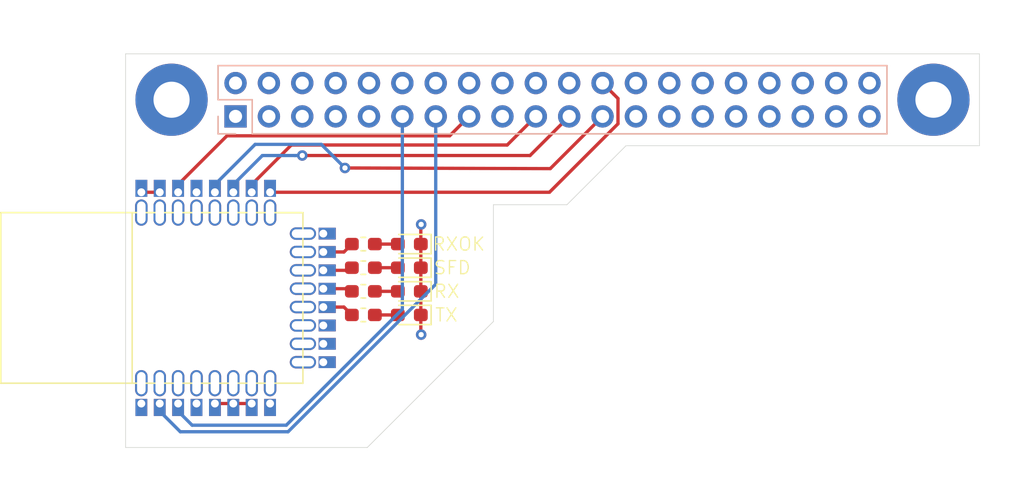
<source format=kicad_pcb>
(kicad_pcb (version 20171130) (host pcbnew 5.1.5+dfsg1-2build2)

  (general
    (thickness 1.6)
    (drawings 24)
    (tracks 89)
    (zones 0)
    (modules 12)
    (nets 46)
  )

  (page A4)
  (layers
    (0 F.Cu signal)
    (1 In1.Cu power)
    (2 In2.Cu power)
    (31 B.Cu signal)
    (32 B.Adhes user)
    (33 F.Adhes user)
    (34 B.Paste user)
    (35 F.Paste user)
    (36 B.SilkS user)
    (37 F.SilkS user)
    (38 B.Mask user)
    (39 F.Mask user)
    (40 Dwgs.User user hide)
    (41 Cmts.User user)
    (42 Eco1.User user)
    (43 Eco2.User user)
    (44 Edge.Cuts user)
    (45 Margin user)
    (46 B.CrtYd user)
    (47 F.CrtYd user)
    (48 B.Fab user)
    (49 F.Fab user)
  )

  (setup
    (last_trace_width 0.25)
    (trace_clearance 0.2)
    (zone_clearance 0.508)
    (zone_45_only no)
    (trace_min 0.2)
    (via_size 0.8)
    (via_drill 0.4)
    (via_min_size 0.4)
    (via_min_drill 0.3)
    (uvia_size 0.3)
    (uvia_drill 0.1)
    (uvias_allowed no)
    (uvia_min_size 0.2)
    (uvia_min_drill 0.1)
    (edge_width 0.05)
    (segment_width 0.2)
    (pcb_text_width 0.3)
    (pcb_text_size 1.5 1.5)
    (mod_edge_width 0.12)
    (mod_text_size 1 1)
    (mod_text_width 0.15)
    (pad_size 1.524 1.524)
    (pad_drill 0.762)
    (pad_to_mask_clearance 0.051)
    (solder_mask_min_width 0.25)
    (aux_axis_origin 0 0)
    (visible_elements FFFFFF7F)
    (pcbplotparams
      (layerselection 0x010fc_ffffffff)
      (usegerberextensions true)
      (usegerberattributes false)
      (usegerberadvancedattributes false)
      (creategerberjobfile false)
      (excludeedgelayer true)
      (linewidth 0.100000)
      (plotframeref false)
      (viasonmask false)
      (mode 1)
      (useauxorigin false)
      (hpglpennumber 1)
      (hpglpenspeed 20)
      (hpglpendiameter 15.000000)
      (psnegative false)
      (psa4output false)
      (plotreference true)
      (plotvalue true)
      (plotinvisibletext false)
      (padsonsilk false)
      (subtractmaskfromsilk true)
      (outputformat 1)
      (mirror false)
      (drillshape 0)
      (scaleselection 1)
      (outputdirectory "plot/"))
  )

  (net 0 "")
  (net 1 GND)
  (net 2 "Net-(D1-Pad2)")
  (net 3 "Net-(D2-Pad2)")
  (net 4 "Net-(D3-Pad2)")
  (net 5 "Net-(D4-Pad2)")
  (net 6 EXTON)
  (net 7 WAKEUP)
  (net 8 RSTN)
  (net 9 GPIO7)
  (net 10 +3V3)
  (net 11 SPICS)
  (net 12 SPIMOSI)
  (net 13 SPIMISO)
  (net 14 SPICLK)
  (net 15 IRQ)
  (net 16 SPIPHA)
  (net 17 SPIPOL)
  (net 18 EXTPA)
  (net 19 TXLED)
  (net 20 RXLED)
  (net 21 SFDLED)
  (net 22 RXOKLED)
  (net 23 "Net-(J4-Pad2)")
  (net 24 "Net-(J4-Pad3)")
  (net 25 "Net-(J4-Pad4)")
  (net 26 "Net-(J4-Pad5)")
  (net 27 "Net-(J4-Pad7)")
  (net 28 "Net-(J4-Pad8)")
  (net 29 "Net-(J4-Pad10)")
  (net 30 "Net-(J4-Pad12)")
  (net 31 "Net-(J4-Pad16)")
  (net 32 "Net-(J4-Pad18)")
  (net 33 "Net-(J4-Pad22)")
  (net 34 "Net-(J4-Pad26)")
  (net 35 "Net-(J4-Pad27)")
  (net 36 "Net-(J4-Pad28)")
  (net 37 "Net-(J4-Pad29)")
  (net 38 "Net-(J4-Pad31)")
  (net 39 "Net-(J4-Pad32)")
  (net 40 "Net-(J4-Pad33)")
  (net 41 "Net-(J4-Pad35)")
  (net 42 "Net-(J4-Pad36)")
  (net 43 "Net-(J4-Pad37)")
  (net 44 "Net-(J4-Pad38)")
  (net 45 "Net-(J4-Pad40)")

  (net_class Default "This is the default net class."
    (clearance 0.2)
    (trace_width 0.25)
    (via_dia 0.8)
    (via_drill 0.4)
    (uvia_dia 0.3)
    (uvia_drill 0.1)
    (add_net +3V3)
    (add_net EXTON)
    (add_net EXTPA)
    (add_net GND)
    (add_net GPIO7)
    (add_net IRQ)
    (add_net "Net-(D1-Pad2)")
    (add_net "Net-(D2-Pad2)")
    (add_net "Net-(D3-Pad2)")
    (add_net "Net-(D4-Pad2)")
    (add_net "Net-(J4-Pad10)")
    (add_net "Net-(J4-Pad12)")
    (add_net "Net-(J4-Pad16)")
    (add_net "Net-(J4-Pad18)")
    (add_net "Net-(J4-Pad2)")
    (add_net "Net-(J4-Pad22)")
    (add_net "Net-(J4-Pad26)")
    (add_net "Net-(J4-Pad27)")
    (add_net "Net-(J4-Pad28)")
    (add_net "Net-(J4-Pad29)")
    (add_net "Net-(J4-Pad3)")
    (add_net "Net-(J4-Pad31)")
    (add_net "Net-(J4-Pad32)")
    (add_net "Net-(J4-Pad33)")
    (add_net "Net-(J4-Pad35)")
    (add_net "Net-(J4-Pad36)")
    (add_net "Net-(J4-Pad37)")
    (add_net "Net-(J4-Pad38)")
    (add_net "Net-(J4-Pad4)")
    (add_net "Net-(J4-Pad40)")
    (add_net "Net-(J4-Pad5)")
    (add_net "Net-(J4-Pad7)")
    (add_net "Net-(J4-Pad8)")
    (add_net RSTN)
    (add_net RXLED)
    (add_net RXOKLED)
    (add_net SFDLED)
    (add_net SPICLK)
    (add_net SPICS)
    (add_net SPIMISO)
    (add_net SPIMOSI)
    (add_net SPIPHA)
    (add_net SPIPOL)
    (add_net TXLED)
    (add_net WAKEUP)
  )

  (module Diode_SMD:D_0603_1608Metric_Pad1.05x0.95mm_HandSolder (layer F.Cu) (tedit 5B4B45C8) (tstamp 6396188B)
    (at 121.6 119.9 180)
    (descr "Diode SMD 0603 (1608 Metric), square (rectangular) end terminal, IPC_7351 nominal, (Body size source: http://www.tortai-tech.com/upload/download/2011102023233369053.pdf), generated with kicad-footprint-generator")
    (tags "diode handsolder")
    (path /65A5096F)
    (attr smd)
    (fp_text reference D1 (at -1.8 0) (layer F.SilkS) hide
      (effects (font (size 1 1) (thickness 0.15)) (justify left))
    )
    (fp_text value LED (at 0 1.43) (layer F.Fab)
      (effects (font (size 1 1) (thickness 0.15)))
    )
    (fp_line (start 0.8 -0.4) (end -0.5 -0.4) (layer F.Fab) (width 0.1))
    (fp_line (start -0.5 -0.4) (end -0.8 -0.1) (layer F.Fab) (width 0.1))
    (fp_line (start -0.8 -0.1) (end -0.8 0.4) (layer F.Fab) (width 0.1))
    (fp_line (start -0.8 0.4) (end 0.8 0.4) (layer F.Fab) (width 0.1))
    (fp_line (start 0.8 0.4) (end 0.8 -0.4) (layer F.Fab) (width 0.1))
    (fp_line (start 0.8 -0.735) (end -1.66 -0.735) (layer F.SilkS) (width 0.12))
    (fp_line (start -1.66 -0.735) (end -1.66 0.735) (layer F.SilkS) (width 0.12))
    (fp_line (start -1.66 0.735) (end 0.8 0.735) (layer F.SilkS) (width 0.12))
    (fp_line (start -1.65 0.73) (end -1.65 -0.73) (layer F.CrtYd) (width 0.05))
    (fp_line (start -1.65 -0.73) (end 1.65 -0.73) (layer F.CrtYd) (width 0.05))
    (fp_line (start 1.65 -0.73) (end 1.65 0.73) (layer F.CrtYd) (width 0.05))
    (fp_line (start 1.65 0.73) (end -1.65 0.73) (layer F.CrtYd) (width 0.05))
    (fp_text user %R (at 0 0) (layer F.Fab)
      (effects (font (size 0.4 0.4) (thickness 0.06)))
    )
    (pad 1 smd roundrect (at -0.875 0 180) (size 1.05 0.95) (layers F.Cu F.Paste F.Mask) (roundrect_rratio 0.25)
      (net 1 GND))
    (pad 2 smd roundrect (at 0.875 0 180) (size 1.05 0.95) (layers F.Cu F.Paste F.Mask) (roundrect_rratio 0.25)
      (net 2 "Net-(D1-Pad2)"))
    (model ${KISYS3DMOD}/Diode_SMD.3dshapes/D_0603_1608Metric.wrl
      (at (xyz 0 0 0))
      (scale (xyz 1 1 1))
      (rotate (xyz 0 0 0))
    )
  )

  (module Diode_SMD:D_0603_1608Metric_Pad1.05x0.95mm_HandSolder (layer F.Cu) (tedit 5B4B45C8) (tstamp 6395F8AB)
    (at 121.6 118.1 180)
    (descr "Diode SMD 0603 (1608 Metric), square (rectangular) end terminal, IPC_7351 nominal, (Body size source: http://www.tortai-tech.com/upload/download/2011102023233369053.pdf), generated with kicad-footprint-generator")
    (tags "diode handsolder")
    (path /65A56FA0)
    (attr smd)
    (fp_text reference D2 (at -1.7 0) (layer F.SilkS) hide
      (effects (font (size 1 1) (thickness 0.15)) (justify left))
    )
    (fp_text value LED (at 0 1.43) (layer F.Fab)
      (effects (font (size 1 1) (thickness 0.15)))
    )
    (fp_text user %R (at 0 0) (layer F.Fab)
      (effects (font (size 0.4 0.4) (thickness 0.06)))
    )
    (fp_line (start 1.65 0.73) (end -1.65 0.73) (layer F.CrtYd) (width 0.05))
    (fp_line (start 1.65 -0.73) (end 1.65 0.73) (layer F.CrtYd) (width 0.05))
    (fp_line (start -1.65 -0.73) (end 1.65 -0.73) (layer F.CrtYd) (width 0.05))
    (fp_line (start -1.65 0.73) (end -1.65 -0.73) (layer F.CrtYd) (width 0.05))
    (fp_line (start -1.66 0.735) (end 0.8 0.735) (layer F.SilkS) (width 0.12))
    (fp_line (start -1.66 -0.735) (end -1.66 0.735) (layer F.SilkS) (width 0.12))
    (fp_line (start 0.8 -0.735) (end -1.66 -0.735) (layer F.SilkS) (width 0.12))
    (fp_line (start 0.8 0.4) (end 0.8 -0.4) (layer F.Fab) (width 0.1))
    (fp_line (start -0.8 0.4) (end 0.8 0.4) (layer F.Fab) (width 0.1))
    (fp_line (start -0.8 -0.1) (end -0.8 0.4) (layer F.Fab) (width 0.1))
    (fp_line (start -0.5 -0.4) (end -0.8 -0.1) (layer F.Fab) (width 0.1))
    (fp_line (start 0.8 -0.4) (end -0.5 -0.4) (layer F.Fab) (width 0.1))
    (pad 2 smd roundrect (at 0.875 0 180) (size 1.05 0.95) (layers F.Cu F.Paste F.Mask) (roundrect_rratio 0.25)
      (net 3 "Net-(D2-Pad2)"))
    (pad 1 smd roundrect (at -0.875 0 180) (size 1.05 0.95) (layers F.Cu F.Paste F.Mask) (roundrect_rratio 0.25)
      (net 1 GND))
    (model ${KISYS3DMOD}/Diode_SMD.3dshapes/D_0603_1608Metric.wrl
      (at (xyz 0 0 0))
      (scale (xyz 1 1 1))
      (rotate (xyz 0 0 0))
    )
  )

  (module Diode_SMD:D_0603_1608Metric_Pad1.05x0.95mm_HandSolder (layer F.Cu) (tedit 5B4B45C8) (tstamp 6395F8BE)
    (at 121.6 116.3 180)
    (descr "Diode SMD 0603 (1608 Metric), square (rectangular) end terminal, IPC_7351 nominal, (Body size source: http://www.tortai-tech.com/upload/download/2011102023233369053.pdf), generated with kicad-footprint-generator")
    (tags "diode handsolder")
    (path /65A57F3F)
    (attr smd)
    (fp_text reference D3 (at -1.7 0) (layer F.SilkS) hide
      (effects (font (size 1 1) (thickness 0.15)) (justify left))
    )
    (fp_text value LED (at 0 1.43) (layer F.Fab)
      (effects (font (size 1 1) (thickness 0.15)))
    )
    (fp_line (start 0.8 -0.4) (end -0.5 -0.4) (layer F.Fab) (width 0.1))
    (fp_line (start -0.5 -0.4) (end -0.8 -0.1) (layer F.Fab) (width 0.1))
    (fp_line (start -0.8 -0.1) (end -0.8 0.4) (layer F.Fab) (width 0.1))
    (fp_line (start -0.8 0.4) (end 0.8 0.4) (layer F.Fab) (width 0.1))
    (fp_line (start 0.8 0.4) (end 0.8 -0.4) (layer F.Fab) (width 0.1))
    (fp_line (start 0.8 -0.735) (end -1.66 -0.735) (layer F.SilkS) (width 0.12))
    (fp_line (start -1.66 -0.735) (end -1.66 0.735) (layer F.SilkS) (width 0.12))
    (fp_line (start -1.66 0.735) (end 0.8 0.735) (layer F.SilkS) (width 0.12))
    (fp_line (start -1.65 0.73) (end -1.65 -0.73) (layer F.CrtYd) (width 0.05))
    (fp_line (start -1.65 -0.73) (end 1.65 -0.73) (layer F.CrtYd) (width 0.05))
    (fp_line (start 1.65 -0.73) (end 1.65 0.73) (layer F.CrtYd) (width 0.05))
    (fp_line (start 1.65 0.73) (end -1.65 0.73) (layer F.CrtYd) (width 0.05))
    (fp_text user %R (at 0 0) (layer F.Fab)
      (effects (font (size 0.4 0.4) (thickness 0.06)))
    )
    (pad 1 smd roundrect (at -0.875 0 180) (size 1.05 0.95) (layers F.Cu F.Paste F.Mask) (roundrect_rratio 0.25)
      (net 1 GND))
    (pad 2 smd roundrect (at 0.875 0 180) (size 1.05 0.95) (layers F.Cu F.Paste F.Mask) (roundrect_rratio 0.25)
      (net 4 "Net-(D3-Pad2)"))
    (model ${KISYS3DMOD}/Diode_SMD.3dshapes/D_0603_1608Metric.wrl
      (at (xyz 0 0 0))
      (scale (xyz 1 1 1))
      (rotate (xyz 0 0 0))
    )
  )

  (module Diode_SMD:D_0603_1608Metric_Pad1.05x0.95mm_HandSolder (layer F.Cu) (tedit 5B4B45C8) (tstamp 6395F8D1)
    (at 121.6 114.5 180)
    (descr "Diode SMD 0603 (1608 Metric), square (rectangular) end terminal, IPC_7351 nominal, (Body size source: http://www.tortai-tech.com/upload/download/2011102023233369053.pdf), generated with kicad-footprint-generator")
    (tags "diode handsolder")
    (path /65A58EA8)
    (attr smd)
    (fp_text reference D4 (at -1.7 0) (layer F.SilkS) hide
      (effects (font (size 1 1) (thickness 0.15)) (justify left))
    )
    (fp_text value LED (at 0 1.43) (layer F.Fab)
      (effects (font (size 1 1) (thickness 0.15)))
    )
    (fp_text user %R (at 0 0) (layer F.Fab)
      (effects (font (size 0.4 0.4) (thickness 0.06)))
    )
    (fp_line (start 1.65 0.73) (end -1.65 0.73) (layer F.CrtYd) (width 0.05))
    (fp_line (start 1.65 -0.73) (end 1.65 0.73) (layer F.CrtYd) (width 0.05))
    (fp_line (start -1.65 -0.73) (end 1.65 -0.73) (layer F.CrtYd) (width 0.05))
    (fp_line (start -1.65 0.73) (end -1.65 -0.73) (layer F.CrtYd) (width 0.05))
    (fp_line (start -1.66 0.735) (end 0.8 0.735) (layer F.SilkS) (width 0.12))
    (fp_line (start -1.66 -0.735) (end -1.66 0.735) (layer F.SilkS) (width 0.12))
    (fp_line (start 0.8 -0.735) (end -1.66 -0.735) (layer F.SilkS) (width 0.12))
    (fp_line (start 0.8 0.4) (end 0.8 -0.4) (layer F.Fab) (width 0.1))
    (fp_line (start -0.8 0.4) (end 0.8 0.4) (layer F.Fab) (width 0.1))
    (fp_line (start -0.8 -0.1) (end -0.8 0.4) (layer F.Fab) (width 0.1))
    (fp_line (start -0.5 -0.4) (end -0.8 -0.1) (layer F.Fab) (width 0.1))
    (fp_line (start 0.8 -0.4) (end -0.5 -0.4) (layer F.Fab) (width 0.1))
    (pad 2 smd roundrect (at 0.875 0 180) (size 1.05 0.95) (layers F.Cu F.Paste F.Mask) (roundrect_rratio 0.25)
      (net 5 "Net-(D4-Pad2)"))
    (pad 1 smd roundrect (at -0.875 0 180) (size 1.05 0.95) (layers F.Cu F.Paste F.Mask) (roundrect_rratio 0.25)
      (net 1 GND))
    (model ${KISYS3DMOD}/Diode_SMD.3dshapes/D_0603_1608Metric.wrl
      (at (xyz 0 0 0))
      (scale (xyz 1 1 1))
      (rotate (xyz 0 0 0))
    )
  )

  (module flexypin:FlexyPin_1x08_P1.40mm (layer F.Cu) (tedit 0) (tstamp 63960DCF)
    (at 101.2 126.65 90)
    (path /65A42F39)
    (fp_text reference J1 (at 0 -1.25 90) (layer F.SilkS) hide
      (effects (font (size 1 1) (thickness 0.15)))
    )
    (fp_text value DWM_LEFT (at 0 11.1 90) (layer F.Fab) hide
      (effects (font (size 1 1) (thickness 0.15)))
    )
    (fp_line (start -1.1 10.4) (end -1.1 -0.6) (layer F.CrtYd) (width 0.1))
    (fp_line (start 2.7 10.4) (end -1.1 10.4) (layer F.CrtYd) (width 0.1))
    (fp_line (start 2.7 -0.6) (end 2.7 10.4) (layer F.CrtYd) (width 0.1))
    (fp_line (start -1.1 -0.6) (end 2.7 -0.6) (layer F.CrtYd) (width 0.1))
    (pad 1 thru_hole rect (at 0 0 90) (size 1.3 0.9) (drill 0.6 (offset -0.3 0)) (layers *.Cu *.Mask)
      (net 6 EXTON))
    (pad "" thru_hole oval (at 1.55 0 90) (size 2 0.95) (drill oval 1.7 0.65) (layers *.Cu *.Mask))
    (pad 2 thru_hole rect (at 0 1.4 90) (size 1.3 0.9) (drill 0.6 (offset -0.3 0)) (layers *.Cu *.Mask)
      (net 7 WAKEUP))
    (pad "" thru_hole oval (at 1.55 1.4 90) (size 2 0.95) (drill oval 1.7 0.65) (layers *.Cu *.Mask))
    (pad 3 thru_hole rect (at 0 2.8 90) (size 1.3 0.9) (drill 0.6 (offset -0.3 0)) (layers *.Cu *.Mask)
      (net 8 RSTN))
    (pad "" thru_hole oval (at 1.55 2.8 90) (size 2 0.95) (drill oval 1.7 0.65) (layers *.Cu *.Mask))
    (pad 4 thru_hole rect (at 0 4.2 90) (size 1.3 0.9) (drill 0.6 (offset -0.3 0)) (layers *.Cu *.Mask)
      (net 9 GPIO7))
    (pad "" thru_hole oval (at 1.55 4.2 90) (size 2 0.95) (drill oval 1.7 0.65) (layers *.Cu *.Mask))
    (pad 5 thru_hole rect (at 0 5.6 90) (size 1.3 0.9) (drill 0.6 (offset -0.3 0)) (layers *.Cu *.Mask)
      (net 10 +3V3))
    (pad "" thru_hole oval (at 1.55 5.6 90) (size 2 0.95) (drill oval 1.7 0.65) (layers *.Cu *.Mask))
    (pad 6 thru_hole rect (at 0 7 90) (size 1.3 0.9) (drill 0.6 (offset -0.3 0)) (layers *.Cu *.Mask)
      (net 10 +3V3))
    (pad "" thru_hole oval (at 1.55 7 90) (size 2 0.95) (drill oval 1.7 0.65) (layers *.Cu *.Mask))
    (pad 7 thru_hole rect (at 0 8.4 90) (size 1.3 0.9) (drill 0.6 (offset -0.3 0)) (layers *.Cu *.Mask)
      (net 10 +3V3))
    (pad "" thru_hole oval (at 1.55 8.4 90) (size 2 0.95) (drill oval 1.7 0.65) (layers *.Cu *.Mask))
    (pad 8 thru_hole rect (at 0 9.8 90) (size 1.3 0.9) (drill 0.6 (offset -0.3 0)) (layers *.Cu *.Mask)
      (net 1 GND))
    (pad "" thru_hole oval (at 1.55 9.8 90) (size 2 0.95) (drill oval 1.7 0.65) (layers *.Cu *.Mask))
    (model ${KIPRJMOD}/../3d/flexypin.step
      (at (xyz 0 0 0))
      (scale (xyz 1 1 1))
      (rotate (xyz 0 0 0))
    )
    (model ${KIPRJMOD}/../3d/flexypin.step
      (offset (xyz 0 -1.4 0))
      (scale (xyz 1 1 1))
      (rotate (xyz 0 0 0))
    )
    (model ${KIPRJMOD}/../3d/flexypin.step
      (offset (xyz 0 -2.8 0))
      (scale (xyz 1 1 1))
      (rotate (xyz 0 0 0))
    )
    (model ${KIPRJMOD}/../3d/flexypin.step
      (offset (xyz 0 -4.2 0))
      (scale (xyz 1 1 1))
      (rotate (xyz 0 0 0))
    )
    (model ${KIPRJMOD}/../3d/flexypin.step
      (offset (xyz 0 -5.6 0))
      (scale (xyz 1 1 1))
      (rotate (xyz 0 0 0))
    )
    (model ${KIPRJMOD}/../3d/flexypin.step
      (offset (xyz 0 -7 0))
      (scale (xyz 1 1 1))
      (rotate (xyz 0 0 0))
    )
    (model ${KIPRJMOD}/../3d/flexypin.step
      (offset (xyz 0 -8.4 0))
      (scale (xyz 1 1 1))
      (rotate (xyz 0 0 0))
    )
    (model ${KIPRJMOD}/../3d/flexypin.step
      (offset (xyz 0 -9.800000000000001 0))
      (scale (xyz 1 1 1))
      (rotate (xyz 0 0 0))
    )
  )

  (module flexypin:FlexyPin_1x08_P1.40mm (layer F.Cu) (tedit 0) (tstamp 63960D87)
    (at 111 110.55 270)
    (path /65A4339A)
    (fp_text reference J2 (at 0 -1.25 90) (layer F.SilkS) hide
      (effects (font (size 1 1) (thickness 0.15)))
    )
    (fp_text value DWM_RIGHT (at 0 11.1 90) (layer F.Fab) hide
      (effects (font (size 1 1) (thickness 0.15)))
    )
    (fp_line (start -1.1 -0.6) (end 2.7 -0.6) (layer F.CrtYd) (width 0.1))
    (fp_line (start 2.7 -0.6) (end 2.7 10.4) (layer F.CrtYd) (width 0.1))
    (fp_line (start 2.7 10.4) (end -1.1 10.4) (layer F.CrtYd) (width 0.1))
    (fp_line (start -1.1 10.4) (end -1.1 -0.6) (layer F.CrtYd) (width 0.1))
    (pad "" thru_hole oval (at 1.55 9.8 270) (size 2 0.95) (drill oval 1.7 0.65) (layers *.Cu *.Mask))
    (pad 8 thru_hole rect (at 0 9.8 270) (size 1.3 0.9) (drill 0.6 (offset -0.3 0)) (layers *.Cu *.Mask)
      (net 1 GND))
    (pad "" thru_hole oval (at 1.55 8.4 270) (size 2 0.95) (drill oval 1.7 0.65) (layers *.Cu *.Mask))
    (pad 7 thru_hole rect (at 0 8.4 270) (size 1.3 0.9) (drill 0.6 (offset -0.3 0)) (layers *.Cu *.Mask)
      (net 1 GND))
    (pad "" thru_hole oval (at 1.55 7 270) (size 2 0.95) (drill oval 1.7 0.65) (layers *.Cu *.Mask))
    (pad 6 thru_hole rect (at 0 7 270) (size 1.3 0.9) (drill 0.6 (offset -0.3 0)) (layers *.Cu *.Mask)
      (net 15 IRQ))
    (pad "" thru_hole oval (at 1.55 5.6 270) (size 2 0.95) (drill oval 1.7 0.65) (layers *.Cu *.Mask))
    (pad 5 thru_hole rect (at 0 5.6 270) (size 1.3 0.9) (drill 0.6 (offset -0.3 0)) (layers *.Cu *.Mask)
      (net 1 GND))
    (pad "" thru_hole oval (at 1.55 4.2 270) (size 2 0.95) (drill oval 1.7 0.65) (layers *.Cu *.Mask))
    (pad 4 thru_hole rect (at 0 4.2 270) (size 1.3 0.9) (drill 0.6 (offset -0.3 0)) (layers *.Cu *.Mask)
      (net 14 SPICLK))
    (pad "" thru_hole oval (at 1.55 2.8 270) (size 2 0.95) (drill oval 1.7 0.65) (layers *.Cu *.Mask))
    (pad 3 thru_hole rect (at 0 2.8 270) (size 1.3 0.9) (drill 0.6 (offset -0.3 0)) (layers *.Cu *.Mask)
      (net 13 SPIMISO))
    (pad "" thru_hole oval (at 1.55 1.4 270) (size 2 0.95) (drill oval 1.7 0.65) (layers *.Cu *.Mask))
    (pad 2 thru_hole rect (at 0 1.4 270) (size 1.3 0.9) (drill 0.6 (offset -0.3 0)) (layers *.Cu *.Mask)
      (net 12 SPIMOSI))
    (pad "" thru_hole oval (at 1.55 0 270) (size 2 0.95) (drill oval 1.7 0.65) (layers *.Cu *.Mask))
    (pad 1 thru_hole rect (at 0 0 270) (size 1.3 0.9) (drill 0.6 (offset -0.3 0)) (layers *.Cu *.Mask)
      (net 11 SPICS))
    (model ${KIPRJMOD}/../3d/flexypin.step
      (at (xyz 0 0 0))
      (scale (xyz 1 1 1))
      (rotate (xyz 0 0 0))
    )
    (model ${KIPRJMOD}/../3d/flexypin.step
      (offset (xyz 0 -1.4 0))
      (scale (xyz 1 1 1))
      (rotate (xyz 0 0 0))
    )
    (model ${KIPRJMOD}/../3d/flexypin.step
      (offset (xyz 0 -2.8 0))
      (scale (xyz 1 1 1))
      (rotate (xyz 0 0 0))
    )
    (model ${KIPRJMOD}/../3d/flexypin.step
      (offset (xyz 0 -4.2 0))
      (scale (xyz 1 1 1))
      (rotate (xyz 0 0 0))
    )
    (model ${KIPRJMOD}/../3d/flexypin.step
      (offset (xyz 0 -5.6 0))
      (scale (xyz 1 1 1))
      (rotate (xyz 0 0 0))
    )
    (model ${KIPRJMOD}/../3d/flexypin.step
      (offset (xyz 0 -7 0))
      (scale (xyz 1 1 1))
      (rotate (xyz 0 0 0))
    )
    (model ${KIPRJMOD}/../3d/flexypin.step
      (offset (xyz 0 -8.4 0))
      (scale (xyz 1 1 1))
      (rotate (xyz 0 0 0))
    )
    (model ${KIPRJMOD}/../3d/flexypin.step
      (offset (xyz 0 -9.800000000000001 0))
      (scale (xyz 1 1 1))
      (rotate (xyz 0 0 0))
    )
  )

  (module flexypin:FlexyPin_1x08_P1.40mm (layer F.Cu) (tedit 0) (tstamp 63960D42)
    (at 115.05 123.5 180)
    (path /65A438F5)
    (fp_text reference J3 (at 0 -1.25) (layer F.SilkS) hide
      (effects (font (size 1 1) (thickness 0.15)))
    )
    (fp_text value DWM_BOTTOM (at 0 11.1) (layer F.Fab) hide
      (effects (font (size 1 1) (thickness 0.15)))
    )
    (fp_line (start -1.1 10.4) (end -1.1 -0.6) (layer F.CrtYd) (width 0.1))
    (fp_line (start 2.7 10.4) (end -1.1 10.4) (layer F.CrtYd) (width 0.1))
    (fp_line (start 2.7 -0.6) (end 2.7 10.4) (layer F.CrtYd) (width 0.1))
    (fp_line (start -1.1 -0.6) (end 2.7 -0.6) (layer F.CrtYd) (width 0.1))
    (pad 1 thru_hole rect (at 0 0 180) (size 1.3 0.9) (drill 0.6 (offset -0.3 0)) (layers *.Cu *.Mask)
      (net 16 SPIPHA))
    (pad "" thru_hole oval (at 1.55 0 180) (size 2 0.95) (drill oval 1.7 0.65) (layers *.Cu *.Mask))
    (pad 2 thru_hole rect (at 0 1.4 180) (size 1.3 0.9) (drill 0.6 (offset -0.3 0)) (layers *.Cu *.Mask)
      (net 17 SPIPOL))
    (pad "" thru_hole oval (at 1.55 1.4 180) (size 2 0.95) (drill oval 1.7 0.65) (layers *.Cu *.Mask))
    (pad 3 thru_hole rect (at 0 2.8 180) (size 1.3 0.9) (drill 0.6 (offset -0.3 0)) (layers *.Cu *.Mask)
      (net 18 EXTPA))
    (pad "" thru_hole oval (at 1.55 2.8 180) (size 2 0.95) (drill oval 1.7 0.65) (layers *.Cu *.Mask))
    (pad 4 thru_hole rect (at 0 4.2 180) (size 1.3 0.9) (drill 0.6 (offset -0.3 0)) (layers *.Cu *.Mask)
      (net 19 TXLED))
    (pad "" thru_hole oval (at 1.55 4.2 180) (size 2 0.95) (drill oval 1.7 0.65) (layers *.Cu *.Mask))
    (pad 5 thru_hole rect (at 0 5.6 180) (size 1.3 0.9) (drill 0.6 (offset -0.3 0)) (layers *.Cu *.Mask)
      (net 20 RXLED))
    (pad "" thru_hole oval (at 1.55 5.6 180) (size 2 0.95) (drill oval 1.7 0.65) (layers *.Cu *.Mask))
    (pad 6 thru_hole rect (at 0 7 180) (size 1.3 0.9) (drill 0.6 (offset -0.3 0)) (layers *.Cu *.Mask)
      (net 21 SFDLED))
    (pad "" thru_hole oval (at 1.55 7 180) (size 2 0.95) (drill oval 1.7 0.65) (layers *.Cu *.Mask))
    (pad 7 thru_hole rect (at 0 8.4 180) (size 1.3 0.9) (drill 0.6 (offset -0.3 0)) (layers *.Cu *.Mask)
      (net 22 RXOKLED))
    (pad "" thru_hole oval (at 1.55 8.4 180) (size 2 0.95) (drill oval 1.7 0.65) (layers *.Cu *.Mask))
    (pad 8 thru_hole rect (at 0 9.8 180) (size 1.3 0.9) (drill 0.6 (offset -0.3 0)) (layers *.Cu *.Mask)
      (net 1 GND))
    (pad "" thru_hole oval (at 1.55 9.8 180) (size 2 0.95) (drill oval 1.7 0.65) (layers *.Cu *.Mask))
    (model ${KIPRJMOD}/../3d/flexypin.step
      (at (xyz 0 0 0))
      (scale (xyz 1 1 1))
      (rotate (xyz 0 0 0))
    )
    (model ${KIPRJMOD}/../3d/flexypin.step
      (offset (xyz 0 -1.4 0))
      (scale (xyz 1 1 1))
      (rotate (xyz 0 0 0))
    )
    (model ${KIPRJMOD}/../3d/flexypin.step
      (offset (xyz 0 -2.8 0))
      (scale (xyz 1 1 1))
      (rotate (xyz 0 0 0))
    )
    (model ${KIPRJMOD}/../3d/flexypin.step
      (offset (xyz 0 -4.2 0))
      (scale (xyz 1 1 1))
      (rotate (xyz 0 0 0))
    )
    (model ${KIPRJMOD}/../3d/flexypin.step
      (offset (xyz 0 -5.6 0))
      (scale (xyz 1 1 1))
      (rotate (xyz 0 0 0))
    )
    (model ${KIPRJMOD}/../3d/flexypin.step
      (offset (xyz 0 -7 0))
      (scale (xyz 1 1 1))
      (rotate (xyz 0 0 0))
    )
    (model ${KIPRJMOD}/../3d/flexypin.step
      (offset (xyz 0 -8.4 0))
      (scale (xyz 1 1 1))
      (rotate (xyz 0 0 0))
    )
    (model ${KIPRJMOD}/../3d/flexypin.step
      (offset (xyz 0 -9.800000000000001 0))
      (scale (xyz 1 1 1))
      (rotate (xyz 0 0 0))
    )
  )

  (module Connector_PinSocket_2.54mm:PinSocket_2x20_P2.54mm_Vertical locked (layer B.Cu) (tedit 5A19A433) (tstamp 6395F957)
    (at 108.37 104.77 270)
    (descr "Through hole straight socket strip, 2x20, 2.54mm pitch, double cols (from Kicad 4.0.7), script generated")
    (tags "Through hole socket strip THT 2x20 2.54mm double row")
    (path /65A65D1A)
    (fp_text reference J4 (at -1.27 2.77 270) (layer B.SilkS) hide
      (effects (font (size 1 1) (thickness 0.15)) (justify mirror))
    )
    (fp_text value PI (at -1.27 -51.03 270) (layer B.Fab)
      (effects (font (size 1 1) (thickness 0.15)) (justify mirror))
    )
    (fp_line (start -3.81 1.27) (end 0.27 1.27) (layer B.Fab) (width 0.1))
    (fp_line (start 0.27 1.27) (end 1.27 0.27) (layer B.Fab) (width 0.1))
    (fp_line (start 1.27 0.27) (end 1.27 -49.53) (layer B.Fab) (width 0.1))
    (fp_line (start 1.27 -49.53) (end -3.81 -49.53) (layer B.Fab) (width 0.1))
    (fp_line (start -3.81 -49.53) (end -3.81 1.27) (layer B.Fab) (width 0.1))
    (fp_line (start -3.87 1.33) (end -1.27 1.33) (layer B.SilkS) (width 0.12))
    (fp_line (start -3.87 1.33) (end -3.87 -49.59) (layer B.SilkS) (width 0.12))
    (fp_line (start -3.87 -49.59) (end 1.33 -49.59) (layer B.SilkS) (width 0.12))
    (fp_line (start 1.33 -1.27) (end 1.33 -49.59) (layer B.SilkS) (width 0.12))
    (fp_line (start -1.27 -1.27) (end 1.33 -1.27) (layer B.SilkS) (width 0.12))
    (fp_line (start -1.27 1.33) (end -1.27 -1.27) (layer B.SilkS) (width 0.12))
    (fp_line (start 1.33 1.33) (end 1.33 0) (layer B.SilkS) (width 0.12))
    (fp_line (start 0 1.33) (end 1.33 1.33) (layer B.SilkS) (width 0.12))
    (fp_line (start -4.34 1.8) (end 1.76 1.8) (layer B.CrtYd) (width 0.05))
    (fp_line (start 1.76 1.8) (end 1.76 -50) (layer B.CrtYd) (width 0.05))
    (fp_line (start 1.76 -50) (end -4.34 -50) (layer B.CrtYd) (width 0.05))
    (fp_line (start -4.34 -50) (end -4.34 1.8) (layer B.CrtYd) (width 0.05))
    (fp_text user %R (at -1.27 -24.13) (layer B.Fab)
      (effects (font (size 1 1) (thickness 0.15)) (justify mirror))
    )
    (pad 1 thru_hole rect (at 0 0 270) (size 1.7 1.7) (drill 1) (layers *.Cu *.Mask)
      (net 10 +3V3))
    (pad 2 thru_hole oval (at -2.54 0 270) (size 1.7 1.7) (drill 1) (layers *.Cu *.Mask)
      (net 23 "Net-(J4-Pad2)"))
    (pad 3 thru_hole oval (at 0 -2.54 270) (size 1.7 1.7) (drill 1) (layers *.Cu *.Mask)
      (net 24 "Net-(J4-Pad3)"))
    (pad 4 thru_hole oval (at -2.54 -2.54 270) (size 1.7 1.7) (drill 1) (layers *.Cu *.Mask)
      (net 25 "Net-(J4-Pad4)"))
    (pad 5 thru_hole oval (at 0 -5.08 270) (size 1.7 1.7) (drill 1) (layers *.Cu *.Mask)
      (net 26 "Net-(J4-Pad5)"))
    (pad 6 thru_hole oval (at -2.54 -5.08 270) (size 1.7 1.7) (drill 1) (layers *.Cu *.Mask)
      (net 1 GND))
    (pad 7 thru_hole oval (at 0 -7.62 270) (size 1.7 1.7) (drill 1) (layers *.Cu *.Mask)
      (net 27 "Net-(J4-Pad7)"))
    (pad 8 thru_hole oval (at -2.54 -7.62 270) (size 1.7 1.7) (drill 1) (layers *.Cu *.Mask)
      (net 28 "Net-(J4-Pad8)"))
    (pad 9 thru_hole oval (at 0 -10.16 270) (size 1.7 1.7) (drill 1) (layers *.Cu *.Mask)
      (net 1 GND))
    (pad 10 thru_hole oval (at -2.54 -10.16 270) (size 1.7 1.7) (drill 1) (layers *.Cu *.Mask)
      (net 29 "Net-(J4-Pad10)"))
    (pad 11 thru_hole oval (at 0 -12.7 270) (size 1.7 1.7) (drill 1) (layers *.Cu *.Mask)
      (net 8 RSTN))
    (pad 12 thru_hole oval (at -2.54 -12.7 270) (size 1.7 1.7) (drill 1) (layers *.Cu *.Mask)
      (net 30 "Net-(J4-Pad12)"))
    (pad 13 thru_hole oval (at 0 -15.24 270) (size 1.7 1.7) (drill 1) (layers *.Cu *.Mask)
      (net 7 WAKEUP))
    (pad 14 thru_hole oval (at -2.54 -15.24 270) (size 1.7 1.7) (drill 1) (layers *.Cu *.Mask)
      (net 1 GND))
    (pad 15 thru_hole oval (at 0 -17.78 270) (size 1.7 1.7) (drill 1) (layers *.Cu *.Mask)
      (net 15 IRQ))
    (pad 16 thru_hole oval (at -2.54 -17.78 270) (size 1.7 1.7) (drill 1) (layers *.Cu *.Mask)
      (net 31 "Net-(J4-Pad16)"))
    (pad 17 thru_hole oval (at 0 -20.32 270) (size 1.7 1.7) (drill 1) (layers *.Cu *.Mask)
      (net 10 +3V3))
    (pad 18 thru_hole oval (at -2.54 -20.32 270) (size 1.7 1.7) (drill 1) (layers *.Cu *.Mask)
      (net 32 "Net-(J4-Pad18)"))
    (pad 19 thru_hole oval (at 0 -22.86 270) (size 1.7 1.7) (drill 1) (layers *.Cu *.Mask)
      (net 12 SPIMOSI))
    (pad 20 thru_hole oval (at -2.54 -22.86 270) (size 1.7 1.7) (drill 1) (layers *.Cu *.Mask)
      (net 1 GND))
    (pad 21 thru_hole oval (at 0 -25.4 270) (size 1.7 1.7) (drill 1) (layers *.Cu *.Mask)
      (net 13 SPIMISO))
    (pad 22 thru_hole oval (at -2.54 -25.4 270) (size 1.7 1.7) (drill 1) (layers *.Cu *.Mask)
      (net 33 "Net-(J4-Pad22)"))
    (pad 23 thru_hole oval (at 0 -27.94 270) (size 1.7 1.7) (drill 1) (layers *.Cu *.Mask)
      (net 14 SPICLK))
    (pad 24 thru_hole oval (at -2.54 -27.94 270) (size 1.7 1.7) (drill 1) (layers *.Cu *.Mask)
      (net 11 SPICS))
    (pad 25 thru_hole oval (at 0 -30.48 270) (size 1.7 1.7) (drill 1) (layers *.Cu *.Mask)
      (net 1 GND))
    (pad 26 thru_hole oval (at -2.54 -30.48 270) (size 1.7 1.7) (drill 1) (layers *.Cu *.Mask)
      (net 34 "Net-(J4-Pad26)"))
    (pad 27 thru_hole oval (at 0 -33.02 270) (size 1.7 1.7) (drill 1) (layers *.Cu *.Mask)
      (net 35 "Net-(J4-Pad27)"))
    (pad 28 thru_hole oval (at -2.54 -33.02 270) (size 1.7 1.7) (drill 1) (layers *.Cu *.Mask)
      (net 36 "Net-(J4-Pad28)"))
    (pad 29 thru_hole oval (at 0 -35.56 270) (size 1.7 1.7) (drill 1) (layers *.Cu *.Mask)
      (net 37 "Net-(J4-Pad29)"))
    (pad 30 thru_hole oval (at -2.54 -35.56 270) (size 1.7 1.7) (drill 1) (layers *.Cu *.Mask)
      (net 1 GND))
    (pad 31 thru_hole oval (at 0 -38.1 270) (size 1.7 1.7) (drill 1) (layers *.Cu *.Mask)
      (net 38 "Net-(J4-Pad31)"))
    (pad 32 thru_hole oval (at -2.54 -38.1 270) (size 1.7 1.7) (drill 1) (layers *.Cu *.Mask)
      (net 39 "Net-(J4-Pad32)"))
    (pad 33 thru_hole oval (at 0 -40.64 270) (size 1.7 1.7) (drill 1) (layers *.Cu *.Mask)
      (net 40 "Net-(J4-Pad33)"))
    (pad 34 thru_hole oval (at -2.54 -40.64 270) (size 1.7 1.7) (drill 1) (layers *.Cu *.Mask)
      (net 1 GND))
    (pad 35 thru_hole oval (at 0 -43.18 270) (size 1.7 1.7) (drill 1) (layers *.Cu *.Mask)
      (net 41 "Net-(J4-Pad35)"))
    (pad 36 thru_hole oval (at -2.54 -43.18 270) (size 1.7 1.7) (drill 1) (layers *.Cu *.Mask)
      (net 42 "Net-(J4-Pad36)"))
    (pad 37 thru_hole oval (at 0 -45.72 270) (size 1.7 1.7) (drill 1) (layers *.Cu *.Mask)
      (net 43 "Net-(J4-Pad37)"))
    (pad 38 thru_hole oval (at -2.54 -45.72 270) (size 1.7 1.7) (drill 1) (layers *.Cu *.Mask)
      (net 44 "Net-(J4-Pad38)"))
    (pad 39 thru_hole oval (at 0 -48.26 270) (size 1.7 1.7) (drill 1) (layers *.Cu *.Mask)
      (net 1 GND))
    (pad 40 thru_hole oval (at -2.54 -48.26 270) (size 1.7 1.7) (drill 1) (layers *.Cu *.Mask)
      (net 45 "Net-(J4-Pad40)"))
    (model ${KISYS3DMOD}/Connector_PinSocket_2.54mm.3dshapes/PinSocket_2x20_P2.54mm_Vertical.wrl
      (at (xyz 0 0 0))
      (scale (xyz 1 1 1))
      (rotate (xyz 0 0 0))
    )
  )

  (module Resistor_SMD:R_0603_1608Metric_Pad1.05x0.95mm_HandSolder (layer F.Cu) (tedit 5B301BBD) (tstamp 6395F968)
    (at 118.1 119.9)
    (descr "Resistor SMD 0603 (1608 Metric), square (rectangular) end terminal, IPC_7351 nominal with elongated pad for handsoldering. (Body size source: http://www.tortai-tech.com/upload/download/2011102023233369053.pdf), generated with kicad-footprint-generator")
    (tags "resistor handsolder")
    (path /65A5173B)
    (attr smd)
    (fp_text reference R1 (at 0 -1.43) (layer F.SilkS) hide
      (effects (font (size 1 1) (thickness 0.15)))
    )
    (fp_text value 200 (at 0 1.43) (layer F.Fab)
      (effects (font (size 1 1) (thickness 0.15)))
    )
    (fp_line (start -0.8 0.4) (end -0.8 -0.4) (layer F.Fab) (width 0.1))
    (fp_line (start -0.8 -0.4) (end 0.8 -0.4) (layer F.Fab) (width 0.1))
    (fp_line (start 0.8 -0.4) (end 0.8 0.4) (layer F.Fab) (width 0.1))
    (fp_line (start 0.8 0.4) (end -0.8 0.4) (layer F.Fab) (width 0.1))
    (fp_line (start -0.171267 -0.51) (end 0.171267 -0.51) (layer F.SilkS) (width 0.12))
    (fp_line (start -0.171267 0.51) (end 0.171267 0.51) (layer F.SilkS) (width 0.12))
    (fp_line (start -1.65 0.73) (end -1.65 -0.73) (layer F.CrtYd) (width 0.05))
    (fp_line (start -1.65 -0.73) (end 1.65 -0.73) (layer F.CrtYd) (width 0.05))
    (fp_line (start 1.65 -0.73) (end 1.65 0.73) (layer F.CrtYd) (width 0.05))
    (fp_line (start 1.65 0.73) (end -1.65 0.73) (layer F.CrtYd) (width 0.05))
    (fp_text user %R (at 0 0) (layer F.Fab)
      (effects (font (size 0.4 0.4) (thickness 0.06)))
    )
    (pad 1 smd roundrect (at -0.875 0) (size 1.05 0.95) (layers F.Cu F.Paste F.Mask) (roundrect_rratio 0.25)
      (net 19 TXLED))
    (pad 2 smd roundrect (at 0.875 0) (size 1.05 0.95) (layers F.Cu F.Paste F.Mask) (roundrect_rratio 0.25)
      (net 2 "Net-(D1-Pad2)"))
    (model ${KISYS3DMOD}/Resistor_SMD.3dshapes/R_0603_1608Metric.wrl
      (at (xyz 0 0 0))
      (scale (xyz 1 1 1))
      (rotate (xyz 0 0 0))
    )
  )

  (module Resistor_SMD:R_0603_1608Metric_Pad1.05x0.95mm_HandSolder (layer F.Cu) (tedit 5B301BBD) (tstamp 6395F979)
    (at 118.1 118.1)
    (descr "Resistor SMD 0603 (1608 Metric), square (rectangular) end terminal, IPC_7351 nominal with elongated pad for handsoldering. (Body size source: http://www.tortai-tech.com/upload/download/2011102023233369053.pdf), generated with kicad-footprint-generator")
    (tags "resistor handsolder")
    (path /65A56FA6)
    (attr smd)
    (fp_text reference R2 (at 0 -1.43) (layer F.SilkS) hide
      (effects (font (size 1 1) (thickness 0.15)))
    )
    (fp_text value 200 (at 0 1.43) (layer F.Fab)
      (effects (font (size 1 1) (thickness 0.15)))
    )
    (fp_text user %R (at 0 0) (layer F.Fab)
      (effects (font (size 0.4 0.4) (thickness 0.06)))
    )
    (fp_line (start 1.65 0.73) (end -1.65 0.73) (layer F.CrtYd) (width 0.05))
    (fp_line (start 1.65 -0.73) (end 1.65 0.73) (layer F.CrtYd) (width 0.05))
    (fp_line (start -1.65 -0.73) (end 1.65 -0.73) (layer F.CrtYd) (width 0.05))
    (fp_line (start -1.65 0.73) (end -1.65 -0.73) (layer F.CrtYd) (width 0.05))
    (fp_line (start -0.171267 0.51) (end 0.171267 0.51) (layer F.SilkS) (width 0.12))
    (fp_line (start -0.171267 -0.51) (end 0.171267 -0.51) (layer F.SilkS) (width 0.12))
    (fp_line (start 0.8 0.4) (end -0.8 0.4) (layer F.Fab) (width 0.1))
    (fp_line (start 0.8 -0.4) (end 0.8 0.4) (layer F.Fab) (width 0.1))
    (fp_line (start -0.8 -0.4) (end 0.8 -0.4) (layer F.Fab) (width 0.1))
    (fp_line (start -0.8 0.4) (end -0.8 -0.4) (layer F.Fab) (width 0.1))
    (pad 2 smd roundrect (at 0.875 0) (size 1.05 0.95) (layers F.Cu F.Paste F.Mask) (roundrect_rratio 0.25)
      (net 3 "Net-(D2-Pad2)"))
    (pad 1 smd roundrect (at -0.875 0) (size 1.05 0.95) (layers F.Cu F.Paste F.Mask) (roundrect_rratio 0.25)
      (net 20 RXLED))
    (model ${KISYS3DMOD}/Resistor_SMD.3dshapes/R_0603_1608Metric.wrl
      (at (xyz 0 0 0))
      (scale (xyz 1 1 1))
      (rotate (xyz 0 0 0))
    )
  )

  (module Resistor_SMD:R_0603_1608Metric_Pad1.05x0.95mm_HandSolder (layer F.Cu) (tedit 5B301BBD) (tstamp 6395F98A)
    (at 118.1 116.3)
    (descr "Resistor SMD 0603 (1608 Metric), square (rectangular) end terminal, IPC_7351 nominal with elongated pad for handsoldering. (Body size source: http://www.tortai-tech.com/upload/download/2011102023233369053.pdf), generated with kicad-footprint-generator")
    (tags "resistor handsolder")
    (path /65A57F45)
    (attr smd)
    (fp_text reference R3 (at 0 -1.43) (layer F.SilkS) hide
      (effects (font (size 1 1) (thickness 0.15)))
    )
    (fp_text value 200 (at 0 1.43) (layer F.Fab)
      (effects (font (size 1 1) (thickness 0.15)))
    )
    (fp_line (start -0.8 0.4) (end -0.8 -0.4) (layer F.Fab) (width 0.1))
    (fp_line (start -0.8 -0.4) (end 0.8 -0.4) (layer F.Fab) (width 0.1))
    (fp_line (start 0.8 -0.4) (end 0.8 0.4) (layer F.Fab) (width 0.1))
    (fp_line (start 0.8 0.4) (end -0.8 0.4) (layer F.Fab) (width 0.1))
    (fp_line (start -0.171267 -0.51) (end 0.171267 -0.51) (layer F.SilkS) (width 0.12))
    (fp_line (start -0.171267 0.51) (end 0.171267 0.51) (layer F.SilkS) (width 0.12))
    (fp_line (start -1.65 0.73) (end -1.65 -0.73) (layer F.CrtYd) (width 0.05))
    (fp_line (start -1.65 -0.73) (end 1.65 -0.73) (layer F.CrtYd) (width 0.05))
    (fp_line (start 1.65 -0.73) (end 1.65 0.73) (layer F.CrtYd) (width 0.05))
    (fp_line (start 1.65 0.73) (end -1.65 0.73) (layer F.CrtYd) (width 0.05))
    (fp_text user %R (at 0 0) (layer F.Fab)
      (effects (font (size 0.4 0.4) (thickness 0.06)))
    )
    (pad 1 smd roundrect (at -0.875 0) (size 1.05 0.95) (layers F.Cu F.Paste F.Mask) (roundrect_rratio 0.25)
      (net 21 SFDLED))
    (pad 2 smd roundrect (at 0.875 0) (size 1.05 0.95) (layers F.Cu F.Paste F.Mask) (roundrect_rratio 0.25)
      (net 4 "Net-(D3-Pad2)"))
    (model ${KISYS3DMOD}/Resistor_SMD.3dshapes/R_0603_1608Metric.wrl
      (at (xyz 0 0 0))
      (scale (xyz 1 1 1))
      (rotate (xyz 0 0 0))
    )
  )

  (module Resistor_SMD:R_0603_1608Metric_Pad1.05x0.95mm_HandSolder (layer F.Cu) (tedit 5B301BBD) (tstamp 6395F99B)
    (at 118.1 114.5)
    (descr "Resistor SMD 0603 (1608 Metric), square (rectangular) end terminal, IPC_7351 nominal with elongated pad for handsoldering. (Body size source: http://www.tortai-tech.com/upload/download/2011102023233369053.pdf), generated with kicad-footprint-generator")
    (tags "resistor handsolder")
    (path /65A58EAE)
    (attr smd)
    (fp_text reference R4 (at 0 -1.43) (layer F.SilkS) hide
      (effects (font (size 1 1) (thickness 0.15)))
    )
    (fp_text value 200 (at 0 1.43) (layer F.Fab)
      (effects (font (size 1 1) (thickness 0.15)))
    )
    (fp_text user %R (at 0 0) (layer F.Fab)
      (effects (font (size 0.4 0.4) (thickness 0.06)))
    )
    (fp_line (start 1.65 0.73) (end -1.65 0.73) (layer F.CrtYd) (width 0.05))
    (fp_line (start 1.65 -0.73) (end 1.65 0.73) (layer F.CrtYd) (width 0.05))
    (fp_line (start -1.65 -0.73) (end 1.65 -0.73) (layer F.CrtYd) (width 0.05))
    (fp_line (start -1.65 0.73) (end -1.65 -0.73) (layer F.CrtYd) (width 0.05))
    (fp_line (start -0.171267 0.51) (end 0.171267 0.51) (layer F.SilkS) (width 0.12))
    (fp_line (start -0.171267 -0.51) (end 0.171267 -0.51) (layer F.SilkS) (width 0.12))
    (fp_line (start 0.8 0.4) (end -0.8 0.4) (layer F.Fab) (width 0.1))
    (fp_line (start 0.8 -0.4) (end 0.8 0.4) (layer F.Fab) (width 0.1))
    (fp_line (start -0.8 -0.4) (end 0.8 -0.4) (layer F.Fab) (width 0.1))
    (fp_line (start -0.8 0.4) (end -0.8 -0.4) (layer F.Fab) (width 0.1))
    (pad 2 smd roundrect (at 0.875 0) (size 1.05 0.95) (layers F.Cu F.Paste F.Mask) (roundrect_rratio 0.25)
      (net 5 "Net-(D4-Pad2)"))
    (pad 1 smd roundrect (at -0.875 0) (size 1.05 0.95) (layers F.Cu F.Paste F.Mask) (roundrect_rratio 0.25)
      (net 22 RXOKLED))
    (model ${KISYS3DMOD}/Resistor_SMD.3dshapes/R_0603_1608Metric.wrl
      (at (xyz 0 0 0))
      (scale (xyz 1 1 1))
      (rotate (xyz 0 0 0))
    )
  )

  (gr_line (start 128 111.5) (end 133.6 111.5) (layer Edge.Cuts) (width 0.05))
  (gr_line (start 133.6 111.5) (end 138.1 107) (layer Edge.Cuts) (width 0.05))
  (gr_line (start 128 120.4) (end 118.4 130) (layer Edge.Cuts) (width 0.05))
  (gr_line (start 165 107) (end 165 100) (layer Edge.Cuts) (width 0.05) (tstamp 63961979))
  (gr_line (start 138.1 107) (end 165 107) (layer Edge.Cuts) (width 0.05) (tstamp 63961978))
  (gr_line (start 128 120.4) (end 128 111.5) (layer Edge.Cuts) (width 0.05))
  (gr_line (start 100 130) (end 118.4 130) (layer Edge.Cuts) (width 0.05))
  (gr_text TX (at 123.5 119.9) (layer F.SilkS) (tstamp 6396190C)
    (effects (font (size 1 1) (thickness 0.1)) (justify left))
  )
  (gr_text RX (at 123.4 118.1) (layer F.SilkS) (tstamp 63961905)
    (effects (font (size 1 1) (thickness 0.1)) (justify left))
  )
  (gr_text SFD (at 123.4 116.3) (layer F.SilkS) (tstamp 63961901)
    (effects (font (size 1 1) (thickness 0.1)) (justify left))
  )
  (gr_text RXOK (at 123.3 114.5) (layer F.SilkS)
    (effects (font (size 1 1) (thickness 0.1)) (justify left))
  )
  (gr_line (start 100 100) (end 100 130) (layer Edge.Cuts) (width 0.05))
  (gr_line (start 100 100) (end 165 100) (layer Edge.Cuts) (width 0.05))
  (gr_line (start 113.5 112.1) (end 111 112.1) (layer F.SilkS) (width 0.12) (tstamp 63960D1D))
  (gr_line (start 100.5 112.1) (end 100.5 125.1) (layer F.SilkS) (width 0.12) (tstamp 63960DB6))
  (gr_line (start 113.5 112.1) (end 100.5 112.1) (layer F.SilkS) (width 0.12) (tstamp 63960D26))
  (gr_line (start 113.5 125.1) (end 90.5 125.1) (layer F.SilkS) (width 0.12) (tstamp 63960D29))
  (gr_line (start 113.5 112.1) (end 113.5 125.1) (layer F.SilkS) (width 0.12) (tstamp 63960D20))
  (gr_line (start 90.5 112.1) (end 113.5 112.1) (layer F.SilkS) (width 0.12) (tstamp 63960D1A))
  (gr_line (start 90.5 125.1) (end 90.5 112.1) (layer F.SilkS) (width 0.12) (tstamp 63960DFE))
  (gr_line (start 100 100) (end 100 130) (layer Dwgs.User) (width 0.15) (tstamp 6395FFC2))
  (gr_line (start 165 100) (end 165 130) (layer Dwgs.User) (width 0.15) (tstamp 6395FFC1))
  (gr_line (start 100 130) (end 165 130) (layer Dwgs.User) (width 0.15))
  (gr_line (start 100 100) (end 165 100) (layer Dwgs.User) (width 0.15))

  (via (at 103.5 103.5) (size 5.5) (drill 2.75) (layers F.Cu B.Cu) (net 0))
  (via (at 161.5 103.5) (size 5.5) (drill 2.75) (layers F.Cu B.Cu) (net 0) (tstamp 6395FFCA))
  (segment (start 122.475 119.9) (end 122.475 118.1) (width 0.25) (layer F.Cu) (net 1) (status 30))
  (segment (start 122.475 118.1) (end 122.475 116.3) (width 0.25) (layer F.Cu) (net 1) (status 30))
  (segment (start 122.475 116.3) (end 122.475 114.5) (width 0.25) (layer F.Cu) (net 1) (status 30))
  (via (at 122.5 113) (size 0.8) (drill 0.4) (layers F.Cu B.Cu) (net 1))
  (segment (start 122.475 113.025) (end 122.5 113) (width 0.25) (layer F.Cu) (net 1))
  (segment (start 122.475 114.5) (end 122.475 113.025) (width 0.25) (layer F.Cu) (net 1) (status 10))
  (via (at 122.5 121.4) (size 0.8) (drill 0.4) (layers F.Cu B.Cu) (net 1))
  (segment (start 122.475 121.375) (end 122.5 121.4) (width 0.25) (layer F.Cu) (net 1))
  (segment (start 122.475 119.9) (end 122.475 121.375) (width 0.25) (layer F.Cu) (net 1) (status 10))
  (segment (start 102.6 110.55) (end 101.2 110.55) (width 0.25) (layer F.Cu) (net 1))
  (segment (start 102.7 110.45) (end 102.6 110.55) (width 0.25) (layer In1.Cu) (net 1))
  (segment (start 102.7 108.4) (end 102.7 110.45) (width 0.25) (layer In1.Cu) (net 1))
  (segment (start 105.3 108.4) (end 102.7 108.4) (width 0.25) (layer In1.Cu) (net 1))
  (segment (start 105.4 108.5) (end 105.3 108.4) (width 0.25) (layer In1.Cu) (net 1))
  (segment (start 105.4 110.55) (end 105.4 108.5) (width 0.25) (layer In1.Cu) (net 1))
  (segment (start 121.8 113.7) (end 122.5 113) (width 0.25) (layer In1.Cu) (net 1))
  (segment (start 115.05 113.7) (end 121.8 113.7) (width 0.25) (layer In1.Cu) (net 1))
  (segment (start 115.05 113.7) (end 117.1 113.7) (width 0.25) (layer In1.Cu) (net 1))
  (segment (start 118.53 112.27) (end 118.53 104.77) (width 0.25) (layer In1.Cu) (net 1))
  (segment (start 117.1 113.7) (end 118.53 112.27) (width 0.25) (layer In1.Cu) (net 1))
  (segment (start 122.5 121.4) (end 121 121.4) (width 0.25) (layer In1.Cu) (net 1))
  (segment (start 121 121.4) (end 115.5 126.9) (width 0.25) (layer In1.Cu) (net 1))
  (segment (start 111.25 126.9) (end 111 126.65) (width 0.25) (layer In1.Cu) (net 1))
  (segment (start 115.5 126.9) (end 111.25 126.9) (width 0.25) (layer In1.Cu) (net 1))
  (segment (start 118.975 119.9) (end 120.725 119.9) (width 0.25) (layer F.Cu) (net 2) (status 30))
  (segment (start 118.975 118.1) (end 120.725 118.1) (width 0.25) (layer F.Cu) (net 3) (status 30))
  (segment (start 118.975 116.3) (end 120.725 116.3) (width 0.25) (layer F.Cu) (net 4) (status 30))
  (segment (start 118.975 114.5) (end 120.725 114.5) (width 0.25) (layer F.Cu) (net 5) (status 30))
  (segment (start 102.6 127.235002) (end 104.164998 128.8) (width 0.25) (layer B.Cu) (net 7))
  (segment (start 102.6 126.65) (end 102.6 127.235002) (width 0.25) (layer B.Cu) (net 7))
  (segment (start 123.61 117.561412) (end 123.61 105.972081) (width 0.25) (layer B.Cu) (net 7))
  (segment (start 112.371412 128.8) (end 123.61 117.561412) (width 0.25) (layer B.Cu) (net 7))
  (segment (start 123.61 105.972081) (end 123.61 104.77) (width 0.25) (layer B.Cu) (net 7))
  (segment (start 104.164998 128.8) (end 112.371412 128.8) (width 0.25) (layer B.Cu) (net 7))
  (segment (start 121.07 119.465002) (end 112.235002 128.3) (width 0.25) (layer B.Cu) (net 8))
  (segment (start 121.07 104.77) (end 121.07 119.465002) (width 0.25) (layer B.Cu) (net 8))
  (segment (start 104 127.235002) (end 104 126.65) (width 0.25) (layer B.Cu) (net 8))
  (segment (start 105.064998 128.3) (end 104 127.235002) (width 0.25) (layer B.Cu) (net 8))
  (segment (start 112.235002 128.3) (end 105.064998 128.3) (width 0.25) (layer B.Cu) (net 8))
  (segment (start 108.2 126.65) (end 109.6 126.65) (width 0.25) (layer F.Cu) (net 10))
  (segment (start 108.2 126.65) (end 106.8 126.65) (width 0.25) (layer F.Cu) (net 10))
  (segment (start 108.2 126.65) (end 108.2 128.6) (width 0.25) (layer In2.Cu) (net 10))
  (segment (start 108.2 128.6) (end 108.4 128.8) (width 0.25) (layer In2.Cu) (net 10))
  (segment (start 108.4 128.8) (end 113.6 128.8) (width 0.25) (layer In2.Cu) (net 10))
  (segment (start 113.6 128.8) (end 118.3 124.1) (width 0.25) (layer In2.Cu) (net 10))
  (segment (start 118.3 124.1) (end 118.3 113.8) (width 0.25) (layer In2.Cu) (net 10))
  (segment (start 118.3 113.8) (end 113.7 109.2) (width 0.25) (layer In2.Cu) (net 10))
  (segment (start 113.7 109.2) (end 112.7 109.2) (width 0.25) (layer In2.Cu) (net 10))
  (segment (start 112.7 109.2) (end 110.2 106.7) (width 0.25) (layer In2.Cu) (net 10))
  (segment (start 108.37 105.87) (end 108.37 104.77) (width 0.25) (layer In2.Cu) (net 10))
  (segment (start 109.2 106.7) (end 108.37 105.87) (width 0.25) (layer In2.Cu) (net 10))
  (segment (start 110.2 106.7) (end 109.2 106.7) (width 0.25) (layer In2.Cu) (net 10))
  (segment (start 137.485001 105.334001) (end 137.485001 103.405001) (width 0.25) (layer F.Cu) (net 11))
  (segment (start 137.485001 103.405001) (end 137.159999 103.079999) (width 0.25) (layer F.Cu) (net 11))
  (segment (start 137.159999 103.079999) (end 136.31 102.23) (width 0.25) (layer F.Cu) (net 11) (status 20))
  (segment (start 132.269002 110.55) (end 137.485001 105.334001) (width 0.25) (layer F.Cu) (net 11))
  (segment (start 111 110.55) (end 132.269002 110.55) (width 0.25) (layer F.Cu) (net 11) (status 10))
  (segment (start 109.6 109.964998) (end 112.614998 106.95) (width 0.25) (layer F.Cu) (net 12) (status 10))
  (segment (start 109.6 110.55) (end 109.6 109.964998) (width 0.25) (layer F.Cu) (net 12) (status 30))
  (segment (start 129.05 106.95) (end 131.23 104.77) (width 0.25) (layer F.Cu) (net 12) (status 20))
  (segment (start 112.614998 106.95) (end 129.05 106.95) (width 0.25) (layer F.Cu) (net 12))
  (via (at 113.45 107.75) (size 0.8) (drill 0.4) (layers F.Cu B.Cu) (net 13))
  (segment (start 130.79 107.75) (end 133.77 104.77) (width 0.25) (layer F.Cu) (net 13) (status 20))
  (segment (start 113.45 107.75) (end 130.79 107.75) (width 0.25) (layer F.Cu) (net 13))
  (segment (start 112.884315 107.75) (end 113.45 107.75) (width 0.25) (layer B.Cu) (net 13))
  (segment (start 110.414998 107.75) (end 112.884315 107.75) (width 0.25) (layer B.Cu) (net 13))
  (segment (start 108.2 109.964998) (end 110.414998 107.75) (width 0.25) (layer B.Cu) (net 13))
  (segment (start 108.2 110.55) (end 108.2 109.964998) (width 0.25) (layer B.Cu) (net 13))
  (segment (start 132.33 108.75) (end 136.31 104.77) (width 0.25) (layer F.Cu) (net 14) (status 20))
  (segment (start 106.8 109.964998) (end 109.864998 106.9) (width 0.25) (layer B.Cu) (net 14))
  (segment (start 106.8 110.55) (end 106.8 109.964998) (width 0.25) (layer B.Cu) (net 14))
  (via (at 116.7 108.7) (size 0.8) (drill 0.4) (layers F.Cu B.Cu) (net 14))
  (segment (start 114.9 106.9) (end 116.7 108.7) (width 0.25) (layer B.Cu) (net 14))
  (segment (start 109.864998 106.9) (end 114.9 106.9) (width 0.25) (layer B.Cu) (net 14))
  (segment (start 116.7 108.7) (end 132.33 108.75) (width 0.25) (layer F.Cu) (net 14))
  (segment (start 104 109.964998) (end 107.714998 106.25) (width 0.25) (layer F.Cu) (net 15) (status 10))
  (segment (start 104 110.55) (end 104 109.964998) (width 0.25) (layer F.Cu) (net 15) (status 30))
  (segment (start 124.67 106.25) (end 126.15 104.77) (width 0.25) (layer F.Cu) (net 15) (status 20))
  (segment (start 107.714998 106.25) (end 124.67 106.25) (width 0.25) (layer F.Cu) (net 15))
  (segment (start 116.625 119.3) (end 117.225 119.9) (width 0.25) (layer F.Cu) (net 19) (status 20))
  (segment (start 115.05 119.3) (end 116.625 119.3) (width 0.25) (layer F.Cu) (net 19) (status 10))
  (segment (start 117.025 117.9) (end 117.225 118.1) (width 0.25) (layer F.Cu) (net 20) (status 30))
  (segment (start 115.05 117.9) (end 117.025 117.9) (width 0.25) (layer F.Cu) (net 20) (status 30))
  (segment (start 117.025 116.5) (end 117.225 116.3) (width 0.25) (layer F.Cu) (net 21) (status 30))
  (segment (start 115.05 116.5) (end 117.025 116.5) (width 0.25) (layer F.Cu) (net 21) (status 30))
  (segment (start 116.625 115.1) (end 117.225 114.5) (width 0.25) (layer F.Cu) (net 22) (status 20))
  (segment (start 115.05 115.1) (end 116.625 115.1) (width 0.25) (layer F.Cu) (net 22) (status 10))

  (zone (net 1) (net_name GND) (layer In1.Cu) (tstamp 639625F0) (hatch edge 0.508)
    (connect_pads (clearance 0.508))
    (min_thickness 0.254)
    (fill yes (arc_segments 32) (thermal_gap 0.508) (thermal_bridge_width 0.508))
    (polygon
      (pts
        (xy 167.3 131.9) (xy 97.9 131.9) (xy 97.9 97.2) (xy 167.3 97.2)
      )
    )
    (filled_polygon
      (pts
        (xy 159.342188 100.870698) (xy 158.870698 101.342188) (xy 158.500252 101.896601) (xy 158.245083 102.512632) (xy 158.115 103.166607)
        (xy 158.115 103.833393) (xy 158.245083 104.487368) (xy 158.500252 105.103399) (xy 158.870698 105.657812) (xy 159.342188 106.129302)
        (xy 159.657521 106.34) (xy 138.132408 106.34) (xy 138.099999 106.336808) (xy 138.06759 106.34) (xy 138.067581 106.34)
        (xy 137.970617 106.34955) (xy 137.846207 106.38729) (xy 137.731549 106.448575) (xy 137.656233 106.510386) (xy 137.631052 106.531052)
        (xy 137.610388 106.556231) (xy 133.32662 110.84) (xy 128.032419 110.84) (xy 128 110.836807) (xy 127.967581 110.84)
        (xy 127.870617 110.84955) (xy 127.746207 110.88729) (xy 127.63155 110.948575) (xy 127.531052 111.031052) (xy 127.448575 111.13155)
        (xy 127.38729 111.246207) (xy 127.34955 111.370617) (xy 127.336807 111.5) (xy 127.340001 111.532429) (xy 127.34 120.126619)
        (xy 118.12662 129.34) (xy 100.66 129.34) (xy 100.66 128.229208) (xy 100.75 128.238072) (xy 101.65 128.238072)
        (xy 101.774482 128.225812) (xy 101.89418 128.189502) (xy 101.9 128.186391) (xy 101.90582 128.189502) (xy 102.025518 128.225812)
        (xy 102.15 128.238072) (xy 103.05 128.238072) (xy 103.174482 128.225812) (xy 103.29418 128.189502) (xy 103.3 128.186391)
        (xy 103.30582 128.189502) (xy 103.425518 128.225812) (xy 103.55 128.238072) (xy 104.45 128.238072) (xy 104.574482 128.225812)
        (xy 104.69418 128.189502) (xy 104.7 128.186391) (xy 104.70582 128.189502) (xy 104.825518 128.225812) (xy 104.95 128.238072)
        (xy 105.85 128.238072) (xy 105.974482 128.225812) (xy 106.09418 128.189502) (xy 106.1 128.186391) (xy 106.10582 128.189502)
        (xy 106.225518 128.225812) (xy 106.35 128.238072) (xy 107.25 128.238072) (xy 107.374482 128.225812) (xy 107.49418 128.189502)
        (xy 107.5 128.186391) (xy 107.50582 128.189502) (xy 107.625518 128.225812) (xy 107.75 128.238072) (xy 108.65 128.238072)
        (xy 108.774482 128.225812) (xy 108.89418 128.189502) (xy 108.9 128.186391) (xy 108.90582 128.189502) (xy 109.025518 128.225812)
        (xy 109.15 128.238072) (xy 110.05 128.238072) (xy 110.174482 128.225812) (xy 110.29418 128.189502) (xy 110.3 128.186391)
        (xy 110.30582 128.189502) (xy 110.425518 128.225812) (xy 110.55 128.238072) (xy 110.71425 128.235) (xy 110.873 128.07625)
        (xy 110.873 127.077) (xy 111.127 127.077) (xy 111.127 128.07625) (xy 111.28575 128.235) (xy 111.45 128.238072)
        (xy 111.574482 128.225812) (xy 111.69418 128.189502) (xy 111.804494 128.130537) (xy 111.901185 128.051185) (xy 111.980537 127.954494)
        (xy 112.039502 127.84418) (xy 112.075812 127.724482) (xy 112.088072 127.6) (xy 112.085 127.23575) (xy 111.92625 127.077)
        (xy 111.127 127.077) (xy 110.873 127.077) (xy 110.853 127.077) (xy 110.853 126.823) (xy 110.873 126.823)
        (xy 110.873 126.803) (xy 111.127 126.803) (xy 111.127 126.823) (xy 111.92625 126.823) (xy 112.085 126.66425)
        (xy 112.088072 126.3) (xy 112.075812 126.175518) (xy 112.039502 126.05582) (xy 112.032967 126.043595) (xy 112.093938 125.842598)
        (xy 112.11 125.679521) (xy 112.11 124.520479) (xy 112.093938 124.357402) (xy 112.030468 124.148166) (xy 111.927396 123.955334)
        (xy 111.788686 123.786314) (xy 111.619666 123.647604) (xy 111.426833 123.544532) (xy 111.217597 123.481062) (xy 111 123.45963)
        (xy 110.782402 123.481062) (xy 110.573166 123.544532) (xy 110.380334 123.647604) (xy 110.3 123.713532) (xy 110.219666 123.647604)
        (xy 110.026833 123.544532) (xy 109.817597 123.481062) (xy 109.6 123.45963) (xy 109.382402 123.481062) (xy 109.173166 123.544532)
        (xy 108.980334 123.647604) (xy 108.9 123.713532) (xy 108.819666 123.647604) (xy 108.626833 123.544532) (xy 108.417597 123.481062)
        (xy 108.2 123.45963) (xy 107.982402 123.481062) (xy 107.773166 123.544532) (xy 107.580334 123.647604) (xy 107.5 123.713532)
        (xy 107.419666 123.647604) (xy 107.226833 123.544532) (xy 107.017597 123.481062) (xy 106.8 123.45963) (xy 106.582402 123.481062)
        (xy 106.373166 123.544532) (xy 106.180334 123.647604) (xy 106.1 123.713532) (xy 106.019666 123.647604) (xy 105.826833 123.544532)
        (xy 105.617597 123.481062) (xy 105.4 123.45963) (xy 105.182402 123.481062) (xy 104.973166 123.544532) (xy 104.780334 123.647604)
        (xy 104.7 123.713532) (xy 104.619666 123.647604) (xy 104.426833 123.544532) (xy 104.217597 123.481062) (xy 104 123.45963)
        (xy 103.782402 123.481062) (xy 103.573166 123.544532) (xy 103.380334 123.647604) (xy 103.3 123.713532) (xy 103.219666 123.647604)
        (xy 103.026833 123.544532) (xy 102.817597 123.481062) (xy 102.6 123.45963) (xy 102.382402 123.481062) (xy 102.173166 123.544532)
        (xy 101.980334 123.647604) (xy 101.9 123.713532) (xy 101.819666 123.647604) (xy 101.626833 123.544532) (xy 101.417597 123.481062)
        (xy 101.2 123.45963) (xy 100.982402 123.481062) (xy 100.773166 123.544532) (xy 100.66 123.605021) (xy 100.66 113.594979)
        (xy 100.773166 113.655468) (xy 100.982402 113.718938) (xy 101.2 113.74037) (xy 101.417597 113.718938) (xy 101.626833 113.655468)
        (xy 101.819666 113.552396) (xy 101.9 113.486468) (xy 101.980334 113.552396) (xy 102.173166 113.655468) (xy 102.382402 113.718938)
        (xy 102.6 113.74037) (xy 102.817597 113.718938) (xy 103.026833 113.655468) (xy 103.219666 113.552396) (xy 103.3 113.486468)
        (xy 103.380334 113.552396) (xy 103.573166 113.655468) (xy 103.782402 113.718938) (xy 104 113.74037) (xy 104.217597 113.718938)
        (xy 104.426833 113.655468) (xy 104.619666 113.552396) (xy 104.7 113.486468) (xy 104.780334 113.552396) (xy 104.973166 113.655468)
        (xy 105.182402 113.718938) (xy 105.4 113.74037) (xy 105.617597 113.718938) (xy 105.826833 113.655468) (xy 106.019666 113.552396)
        (xy 106.1 113.486468) (xy 106.180334 113.552396) (xy 106.373166 113.655468) (xy 106.582402 113.718938) (xy 106.8 113.74037)
        (xy 107.017597 113.718938) (xy 107.226833 113.655468) (xy 107.419666 113.552396) (xy 107.5 113.486468) (xy 107.580334 113.552396)
        (xy 107.773166 113.655468) (xy 107.982402 113.718938) (xy 108.2 113.74037) (xy 108.417597 113.718938) (xy 108.626833 113.655468)
        (xy 108.819666 113.552396) (xy 108.9 113.486468) (xy 108.980334 113.552396) (xy 109.173166 113.655468) (xy 109.382402 113.718938)
        (xy 109.6 113.74037) (xy 109.817597 113.718938) (xy 110.026833 113.655468) (xy 110.219666 113.552396) (xy 110.3 113.486468)
        (xy 110.380334 113.552396) (xy 110.573166 113.655468) (xy 110.782402 113.718938) (xy 111 113.74037) (xy 111.217597 113.718938)
        (xy 111.280028 113.7) (xy 111.85963 113.7) (xy 111.881062 113.917598) (xy 111.944532 114.126834) (xy 112.047604 114.319666)
        (xy 112.113532 114.4) (xy 112.047604 114.480334) (xy 111.944532 114.673166) (xy 111.881062 114.882402) (xy 111.85963 115.1)
        (xy 111.881062 115.317598) (xy 111.944532 115.526834) (xy 112.047604 115.719666) (xy 112.113532 115.8) (xy 112.047604 115.880334)
        (xy 111.944532 116.073166) (xy 111.881062 116.282402) (xy 111.85963 116.5) (xy 111.881062 116.717598) (xy 111.944532 116.926834)
        (xy 112.047604 117.119666) (xy 112.113532 117.2) (xy 112.047604 117.280334) (xy 111.944532 117.473166) (xy 111.881062 117.682402)
        (xy 111.85963 117.9) (xy 111.881062 118.117598) (xy 111.944532 118.326834) (xy 112.047604 118.519666) (xy 112.113532 118.6)
        (xy 112.047604 118.680334) (xy 111.944532 118.873166) (xy 111.881062 119.082402) (xy 111.85963 119.3) (xy 111.881062 119.517598)
        (xy 111.944532 119.726834) (xy 112.047604 119.919666) (xy 112.113532 120) (xy 112.047604 120.080334) (xy 111.944532 120.273166)
        (xy 111.881062 120.482402) (xy 111.85963 120.7) (xy 111.881062 120.917598) (xy 111.944532 121.126834) (xy 112.047604 121.319666)
        (xy 112.113532 121.4) (xy 112.047604 121.480334) (xy 111.944532 121.673166) (xy 111.881062 121.882402) (xy 111.85963 122.1)
        (xy 111.881062 122.317598) (xy 111.944532 122.526834) (xy 112.047604 122.719666) (xy 112.113532 122.8) (xy 112.047604 122.880334)
        (xy 111.944532 123.073166) (xy 111.881062 123.282402) (xy 111.85963 123.5) (xy 111.881062 123.717598) (xy 111.944532 123.926834)
        (xy 112.047604 124.119666) (xy 112.186314 124.288686) (xy 112.355334 124.427396) (xy 112.548166 124.530468) (xy 112.757402 124.593938)
        (xy 112.920479 124.61) (xy 114.079521 124.61) (xy 114.242598 124.593938) (xy 114.443595 124.532967) (xy 114.45582 124.539502)
        (xy 114.575518 124.575812) (xy 114.7 124.588072) (xy 116 124.588072) (xy 116.124482 124.575812) (xy 116.24418 124.539502)
        (xy 116.354494 124.480537) (xy 116.451185 124.401185) (xy 116.530537 124.304494) (xy 116.589502 124.19418) (xy 116.625812 124.074482)
        (xy 116.638072 123.95) (xy 116.638072 123.05) (xy 116.625812 122.925518) (xy 116.589502 122.80582) (xy 116.586391 122.8)
        (xy 116.589502 122.79418) (xy 116.625812 122.674482) (xy 116.638072 122.55) (xy 116.638072 121.65) (xy 116.625812 121.525518)
        (xy 116.589502 121.40582) (xy 116.586391 121.4) (xy 116.589502 121.39418) (xy 116.625812 121.274482) (xy 116.638072 121.15)
        (xy 116.638072 120.25) (xy 116.625812 120.125518) (xy 116.589502 120.00582) (xy 116.586391 120) (xy 116.589502 119.99418)
        (xy 116.625812 119.874482) (xy 116.638072 119.75) (xy 116.638072 118.85) (xy 116.625812 118.725518) (xy 116.589502 118.60582)
        (xy 116.586391 118.6) (xy 116.589502 118.59418) (xy 116.625812 118.474482) (xy 116.638072 118.35) (xy 116.638072 117.45)
        (xy 116.625812 117.325518) (xy 116.589502 117.20582) (xy 116.586391 117.2) (xy 116.589502 117.19418) (xy 116.625812 117.074482)
        (xy 116.638072 116.95) (xy 116.638072 116.05) (xy 116.625812 115.925518) (xy 116.589502 115.80582) (xy 116.586391 115.8)
        (xy 116.589502 115.79418) (xy 116.625812 115.674482) (xy 116.638072 115.55) (xy 116.638072 114.65) (xy 116.625812 114.525518)
        (xy 116.589502 114.40582) (xy 116.586391 114.4) (xy 116.589502 114.39418) (xy 116.625812 114.274482) (xy 116.638072 114.15)
        (xy 116.635 113.98575) (xy 116.47625 113.827) (xy 115.477 113.827) (xy 115.477 113.847) (xy 115.223 113.847)
        (xy 115.223 113.827) (xy 115.203 113.827) (xy 115.203 113.573) (xy 115.223 113.573) (xy 115.223 112.77375)
        (xy 115.477 112.77375) (xy 115.477 113.573) (xy 116.47625 113.573) (xy 116.635 113.41425) (xy 116.638072 113.25)
        (xy 116.625812 113.125518) (xy 116.589502 113.00582) (xy 116.530537 112.895506) (xy 116.451185 112.798815) (xy 116.354494 112.719463)
        (xy 116.24418 112.660498) (xy 116.124482 112.624188) (xy 116 112.611928) (xy 115.63575 112.615) (xy 115.477 112.77375)
        (xy 115.223 112.77375) (xy 115.06425 112.615) (xy 114.7 112.611928) (xy 114.575518 112.624188) (xy 114.45582 112.660498)
        (xy 114.443595 112.667033) (xy 114.242598 112.606062) (xy 114.079521 112.59) (xy 112.920479 112.59) (xy 112.757402 112.606062)
        (xy 112.548166 112.669532) (xy 112.355334 112.772604) (xy 112.186314 112.911314) (xy 112.047604 113.080334) (xy 111.944532 113.273166)
        (xy 111.881062 113.482402) (xy 111.85963 113.7) (xy 111.280028 113.7) (xy 111.426833 113.655468) (xy 111.619666 113.552396)
        (xy 111.788686 113.413686) (xy 111.927396 113.244666) (xy 112.030468 113.051834) (xy 112.093938 112.842598) (xy 112.11 112.679521)
        (xy 112.11 111.520479) (xy 112.093938 111.357402) (xy 112.032967 111.156405) (xy 112.039502 111.14418) (xy 112.075812 111.024482)
        (xy 112.088072 110.9) (xy 112.088072 109.6) (xy 112.075812 109.475518) (xy 112.039502 109.35582) (xy 111.980537 109.245506)
        (xy 111.901185 109.148815) (xy 111.804494 109.069463) (xy 111.69418 109.010498) (xy 111.574482 108.974188) (xy 111.45 108.961928)
        (xy 110.55 108.961928) (xy 110.425518 108.974188) (xy 110.30582 109.010498) (xy 110.3 109.013609) (xy 110.29418 109.010498)
        (xy 110.174482 108.974188) (xy 110.05 108.961928) (xy 109.15 108.961928) (xy 109.025518 108.974188) (xy 108.90582 109.010498)
        (xy 108.9 109.013609) (xy 108.89418 109.010498) (xy 108.774482 108.974188) (xy 108.65 108.961928) (xy 107.75 108.961928)
        (xy 107.625518 108.974188) (xy 107.50582 109.010498) (xy 107.5 109.013609) (xy 107.49418 109.010498) (xy 107.374482 108.974188)
        (xy 107.25 108.961928) (xy 106.35 108.961928) (xy 106.225518 108.974188) (xy 106.10582 109.010498) (xy 106.1 109.013609)
        (xy 106.09418 109.010498) (xy 105.974482 108.974188) (xy 105.85 108.961928) (xy 105.68575 108.965) (xy 105.527 109.12375)
        (xy 105.527 110.123) (xy 105.547 110.123) (xy 105.547 110.377) (xy 105.527 110.377) (xy 105.527 110.397)
        (xy 105.273 110.397) (xy 105.273 110.377) (xy 105.253 110.377) (xy 105.253 110.123) (xy 105.273 110.123)
        (xy 105.273 109.12375) (xy 105.11425 108.965) (xy 104.95 108.961928) (xy 104.825518 108.974188) (xy 104.70582 109.010498)
        (xy 104.7 109.013609) (xy 104.69418 109.010498) (xy 104.574482 108.974188) (xy 104.45 108.961928) (xy 103.55 108.961928)
        (xy 103.425518 108.974188) (xy 103.30582 109.010498) (xy 103.3 109.013609) (xy 103.29418 109.010498) (xy 103.174482 108.974188)
        (xy 103.05 108.961928) (xy 102.88575 108.965) (xy 102.727 109.12375) (xy 102.727 110.123) (xy 102.747 110.123)
        (xy 102.747 110.377) (xy 102.727 110.377) (xy 102.727 110.397) (xy 102.473 110.397) (xy 102.473 110.377)
        (xy 101.327 110.377) (xy 101.327 110.397) (xy 101.073 110.397) (xy 101.073 110.377) (xy 101.053 110.377)
        (xy 101.053 110.123) (xy 101.073 110.123) (xy 101.073 109.12375) (xy 101.327 109.12375) (xy 101.327 110.123)
        (xy 102.473 110.123) (xy 102.473 109.12375) (xy 102.31425 108.965) (xy 102.15 108.961928) (xy 102.025518 108.974188)
        (xy 101.90582 109.010498) (xy 101.9 109.013609) (xy 101.89418 109.010498) (xy 101.774482 108.974188) (xy 101.65 108.961928)
        (xy 101.48575 108.965) (xy 101.327 109.12375) (xy 101.073 109.12375) (xy 100.91425 108.965) (xy 100.75 108.961928)
        (xy 100.66 108.970792) (xy 100.66 107.648061) (xy 112.415 107.648061) (xy 112.415 107.851939) (xy 112.454774 108.051898)
        (xy 112.532795 108.240256) (xy 112.646063 108.409774) (xy 112.790226 108.553937) (xy 112.959744 108.667205) (xy 113.148102 108.745226)
        (xy 113.348061 108.785) (xy 113.551939 108.785) (xy 113.751898 108.745226) (xy 113.940256 108.667205) (xy 114.043737 108.598061)
        (xy 115.665 108.598061) (xy 115.665 108.801939) (xy 115.704774 109.001898) (xy 115.782795 109.190256) (xy 115.896063 109.359774)
        (xy 116.040226 109.503937) (xy 116.209744 109.617205) (xy 116.398102 109.695226) (xy 116.598061 109.735) (xy 116.801939 109.735)
        (xy 117.001898 109.695226) (xy 117.190256 109.617205) (xy 117.359774 109.503937) (xy 117.503937 109.359774) (xy 117.617205 109.190256)
        (xy 117.695226 109.001898) (xy 117.735 108.801939) (xy 117.735 108.598061) (xy 117.695226 108.398102) (xy 117.617205 108.209744)
        (xy 117.503937 108.040226) (xy 117.359774 107.896063) (xy 117.190256 107.782795) (xy 117.001898 107.704774) (xy 116.801939 107.665)
        (xy 116.598061 107.665) (xy 116.398102 107.704774) (xy 116.209744 107.782795) (xy 116.040226 107.896063) (xy 115.896063 108.040226)
        (xy 115.782795 108.209744) (xy 115.704774 108.398102) (xy 115.665 108.598061) (xy 114.043737 108.598061) (xy 114.109774 108.553937)
        (xy 114.253937 108.409774) (xy 114.367205 108.240256) (xy 114.445226 108.051898) (xy 114.485 107.851939) (xy 114.485 107.648061)
        (xy 114.445226 107.448102) (xy 114.367205 107.259744) (xy 114.253937 107.090226) (xy 114.109774 106.946063) (xy 113.940256 106.832795)
        (xy 113.751898 106.754774) (xy 113.551939 106.715) (xy 113.348061 106.715) (xy 113.148102 106.754774) (xy 112.959744 106.832795)
        (xy 112.790226 106.946063) (xy 112.646063 107.090226) (xy 112.532795 107.259744) (xy 112.454774 107.448102) (xy 112.415 107.648061)
        (xy 100.66 107.648061) (xy 100.66 105.342479) (xy 100.870698 105.657812) (xy 101.342188 106.129302) (xy 101.896601 106.499748)
        (xy 102.512632 106.754917) (xy 103.166607 106.885) (xy 103.833393 106.885) (xy 104.487368 106.754917) (xy 105.103399 106.499748)
        (xy 105.657812 106.129302) (xy 106.129302 105.657812) (xy 106.499748 105.103399) (xy 106.754917 104.487368) (xy 106.867772 103.92)
        (xy 106.881928 103.92) (xy 106.881928 105.62) (xy 106.894188 105.744482) (xy 106.930498 105.86418) (xy 106.989463 105.974494)
        (xy 107.068815 106.071185) (xy 107.165506 106.150537) (xy 107.27582 106.209502) (xy 107.395518 106.245812) (xy 107.52 106.258072)
        (xy 109.22 106.258072) (xy 109.344482 106.245812) (xy 109.46418 106.209502) (xy 109.574494 106.150537) (xy 109.671185 106.071185)
        (xy 109.750537 105.974494) (xy 109.809502 105.86418) (xy 109.831513 105.79162) (xy 109.963368 105.923475) (xy 110.206589 106.08599)
        (xy 110.476842 106.197932) (xy 110.76374 106.255) (xy 111.05626 106.255) (xy 111.343158 106.197932) (xy 111.613411 106.08599)
        (xy 111.856632 105.923475) (xy 112.063475 105.716632) (xy 112.18 105.54224) (xy 112.296525 105.716632) (xy 112.503368 105.923475)
        (xy 112.746589 106.08599) (xy 113.016842 106.197932) (xy 113.30374 106.255) (xy 113.59626 106.255) (xy 113.883158 106.197932)
        (xy 114.153411 106.08599) (xy 114.396632 105.923475) (xy 114.603475 105.716632) (xy 114.72 105.54224) (xy 114.836525 105.716632)
        (xy 115.043368 105.923475) (xy 115.286589 106.08599) (xy 115.556842 106.197932) (xy 115.84374 106.255) (xy 116.13626 106.255)
        (xy 116.423158 106.197932) (xy 116.693411 106.08599) (xy 116.936632 105.923475) (xy 117.143475 105.716632) (xy 117.265195 105.534466)
        (xy 117.334822 105.651355) (xy 117.529731 105.867588) (xy 117.76308 106.041641) (xy 118.025901 106.166825) (xy 118.17311 106.211476)
        (xy 118.403 106.090155) (xy 118.403 104.897) (xy 118.383 104.897) (xy 118.383 104.643) (xy 118.403 104.643)
        (xy 118.403 104.623) (xy 118.657 104.623) (xy 118.657 104.643) (xy 118.677 104.643) (xy 118.677 104.897)
        (xy 118.657 104.897) (xy 118.657 106.090155) (xy 118.88689 106.211476) (xy 119.034099 106.166825) (xy 119.29692 106.041641)
        (xy 119.530269 105.867588) (xy 119.725178 105.651355) (xy 119.794805 105.534466) (xy 119.916525 105.716632) (xy 120.123368 105.923475)
        (xy 120.366589 106.08599) (xy 120.636842 106.197932) (xy 120.92374 106.255) (xy 121.21626 106.255) (xy 121.503158 106.197932)
        (xy 121.773411 106.08599) (xy 122.016632 105.923475) (xy 122.223475 105.716632) (xy 122.34 105.54224) (xy 122.456525 105.716632)
        (xy 122.663368 105.923475) (xy 122.906589 106.08599) (xy 123.176842 106.197932) (xy 123.46374 106.255) (xy 123.75626 106.255)
        (xy 124.043158 106.197932) (xy 124.313411 106.08599) (xy 124.556632 105.923475) (xy 124.763475 105.716632) (xy 124.88 105.54224)
        (xy 124.996525 105.716632) (xy 125.203368 105.923475) (xy 125.446589 106.08599) (xy 125.716842 106.197932) (xy 126.00374 106.255)
        (xy 126.29626 106.255) (xy 126.583158 106.197932) (xy 126.853411 106.08599) (xy 127.096632 105.923475) (xy 127.303475 105.716632)
        (xy 127.42 105.54224) (xy 127.536525 105.716632) (xy 127.743368 105.923475) (xy 127.986589 106.08599) (xy 128.256842 106.197932)
        (xy 128.54374 106.255) (xy 128.83626 106.255) (xy 129.123158 106.197932) (xy 129.393411 106.08599) (xy 129.636632 105.923475)
        (xy 129.843475 105.716632) (xy 129.96 105.54224) (xy 130.076525 105.716632) (xy 130.283368 105.923475) (xy 130.526589 106.08599)
        (xy 130.796842 106.197932) (xy 131.08374 106.255) (xy 131.37626 106.255) (xy 131.663158 106.197932) (xy 131.933411 106.08599)
        (xy 132.176632 105.923475) (xy 132.383475 105.716632) (xy 132.5 105.54224) (xy 132.616525 105.716632) (xy 132.823368 105.923475)
        (xy 133.066589 106.08599) (xy 133.336842 106.197932) (xy 133.62374 106.255) (xy 133.91626 106.255) (xy 134.203158 106.197932)
        (xy 134.473411 106.08599) (xy 134.716632 105.923475) (xy 134.923475 105.716632) (xy 135.04 105.54224) (xy 135.156525 105.716632)
        (xy 135.363368 105.923475) (xy 135.606589 106.08599) (xy 135.876842 106.197932) (xy 136.16374 106.255) (xy 136.45626 106.255)
        (xy 136.743158 106.197932) (xy 137.013411 106.08599) (xy 137.256632 105.923475) (xy 137.463475 105.716632) (xy 137.585195 105.534466)
        (xy 137.654822 105.651355) (xy 137.849731 105.867588) (xy 138.08308 106.041641) (xy 138.345901 106.166825) (xy 138.49311 106.211476)
        (xy 138.723 106.090155) (xy 138.723 104.897) (xy 138.703 104.897) (xy 138.703 104.643) (xy 138.723 104.643)
        (xy 138.723 104.623) (xy 138.977 104.623) (xy 138.977 104.643) (xy 138.997 104.643) (xy 138.997 104.897)
        (xy 138.977 104.897) (xy 138.977 106.090155) (xy 139.20689 106.211476) (xy 139.354099 106.166825) (xy 139.61692 106.041641)
        (xy 139.850269 105.867588) (xy 140.045178 105.651355) (xy 140.114805 105.534466) (xy 140.236525 105.716632) (xy 140.443368 105.923475)
        (xy 140.686589 106.08599) (xy 140.956842 106.197932) (xy 141.24374 106.255) (xy 141.53626 106.255) (xy 141.823158 106.197932)
        (xy 142.093411 106.08599) (xy 142.336632 105.923475) (xy 142.543475 105.716632) (xy 142.66 105.54224) (xy 142.776525 105.716632)
        (xy 142.983368 105.923475) (xy 143.226589 106.08599) (xy 143.496842 106.197932) (xy 143.78374 106.255) (xy 144.07626 106.255)
        (xy 144.363158 106.197932) (xy 144.633411 106.08599) (xy 144.876632 105.923475) (xy 145.083475 105.716632) (xy 145.2 105.54224)
        (xy 145.316525 105.716632) (xy 145.523368 105.923475) (xy 145.766589 106.08599) (xy 146.036842 106.197932) (xy 146.32374 106.255)
        (xy 146.61626 106.255) (xy 146.903158 106.197932) (xy 147.173411 106.08599) (xy 147.416632 105.923475) (xy 147.623475 105.716632)
        (xy 147.74 105.54224) (xy 147.856525 105.716632) (xy 148.063368 105.923475) (xy 148.306589 106.08599) (xy 148.576842 106.197932)
        (xy 148.86374 106.255) (xy 149.15626 106.255) (xy 149.443158 106.197932) (xy 149.713411 106.08599) (xy 149.956632 105.923475)
        (xy 150.163475 105.716632) (xy 150.28 105.54224) (xy 150.396525 105.716632) (xy 150.603368 105.923475) (xy 150.846589 106.08599)
        (xy 151.116842 106.197932) (xy 151.40374 106.255) (xy 151.69626 106.255) (xy 151.983158 106.197932) (xy 152.253411 106.08599)
        (xy 152.496632 105.923475) (xy 152.703475 105.716632) (xy 152.82 105.54224) (xy 152.936525 105.716632) (xy 153.143368 105.923475)
        (xy 153.386589 106.08599) (xy 153.656842 106.197932) (xy 153.94374 106.255) (xy 154.23626 106.255) (xy 154.523158 106.197932)
        (xy 154.793411 106.08599) (xy 155.036632 105.923475) (xy 155.243475 105.716632) (xy 155.365195 105.534466) (xy 155.434822 105.651355)
        (xy 155.629731 105.867588) (xy 155.86308 106.041641) (xy 156.125901 106.166825) (xy 156.27311 106.211476) (xy 156.503 106.090155)
        (xy 156.503 104.897) (xy 156.757 104.897) (xy 156.757 106.090155) (xy 156.98689 106.211476) (xy 157.134099 106.166825)
        (xy 157.39692 106.041641) (xy 157.630269 105.867588) (xy 157.825178 105.651355) (xy 157.974157 105.401252) (xy 158.071481 105.126891)
        (xy 157.950814 104.897) (xy 156.757 104.897) (xy 156.503 104.897) (xy 156.483 104.897) (xy 156.483 104.643)
        (xy 156.503 104.643) (xy 156.503 104.623) (xy 156.757 104.623) (xy 156.757 104.643) (xy 157.950814 104.643)
        (xy 158.071481 104.413109) (xy 157.974157 104.138748) (xy 157.825178 103.888645) (xy 157.630269 103.672412) (xy 157.400594 103.5011)
        (xy 157.576632 103.383475) (xy 157.783475 103.176632) (xy 157.94599 102.933411) (xy 158.057932 102.663158) (xy 158.115 102.37626)
        (xy 158.115 102.08374) (xy 158.057932 101.796842) (xy 157.94599 101.526589) (xy 157.783475 101.283368) (xy 157.576632 101.076525)
        (xy 157.333411 100.91401) (xy 157.063158 100.802068) (xy 156.77626 100.745) (xy 156.48374 100.745) (xy 156.196842 100.802068)
        (xy 155.926589 100.91401) (xy 155.683368 101.076525) (xy 155.476525 101.283368) (xy 155.36 101.45776) (xy 155.243475 101.283368)
        (xy 155.036632 101.076525) (xy 154.793411 100.91401) (xy 154.523158 100.802068) (xy 154.23626 100.745) (xy 153.94374 100.745)
        (xy 153.656842 100.802068) (xy 153.386589 100.91401) (xy 153.143368 101.076525) (xy 152.936525 101.283368) (xy 152.82 101.45776)
        (xy 152.703475 101.283368) (xy 152.496632 101.076525) (xy 152.253411 100.91401) (xy 151.983158 100.802068) (xy 151.69626 100.745)
        (xy 151.40374 100.745) (xy 151.116842 100.802068) (xy 150.846589 100.91401) (xy 150.603368 101.076525) (xy 150.396525 101.283368)
        (xy 150.274805 101.465534) (xy 150.205178 101.348645) (xy 150.010269 101.132412) (xy 149.77692 100.958359) (xy 149.514099 100.833175)
        (xy 149.36689 100.788524) (xy 149.137 100.909845) (xy 149.137 102.103) (xy 149.157 102.103) (xy 149.157 102.357)
        (xy 149.137 102.357) (xy 149.137 102.377) (xy 148.883 102.377) (xy 148.883 102.357) (xy 148.863 102.357)
        (xy 148.863 102.103) (xy 148.883 102.103) (xy 148.883 100.909845) (xy 148.65311 100.788524) (xy 148.505901 100.833175)
        (xy 148.24308 100.958359) (xy 148.009731 101.132412) (xy 147.814822 101.348645) (xy 147.745195 101.465534) (xy 147.623475 101.283368)
        (xy 147.416632 101.076525) (xy 147.173411 100.91401) (xy 146.903158 100.802068) (xy 146.61626 100.745) (xy 146.32374 100.745)
        (xy 146.036842 100.802068) (xy 145.766589 100.91401) (xy 145.523368 101.076525) (xy 145.316525 101.283368) (xy 145.194805 101.465534)
        (xy 145.125178 101.348645) (xy 144.930269 101.132412) (xy 144.69692 100.958359) (xy 144.434099 100.833175) (xy 144.28689 100.788524)
        (xy 144.057 100.909845) (xy 144.057 102.103) (xy 144.077 102.103) (xy 144.077 102.357) (xy 144.057 102.357)
        (xy 144.057 102.377) (xy 143.803 102.377) (xy 143.803 102.357) (xy 143.783 102.357) (xy 143.783 102.103)
        (xy 143.803 102.103) (xy 143.803 100.909845) (xy 143.57311 100.788524) (xy 143.425901 100.833175) (xy 143.16308 100.958359)
        (xy 142.929731 101.132412) (xy 142.734822 101.348645) (xy 142.665195 101.465534) (xy 142.543475 101.283368) (xy 142.336632 101.076525)
        (xy 142.093411 100.91401) (xy 141.823158 100.802068) (xy 141.53626 100.745) (xy 141.24374 100.745) (xy 140.956842 100.802068)
        (xy 140.686589 100.91401) (xy 140.443368 101.076525) (xy 140.236525 101.283368) (xy 140.12 101.45776) (xy 140.003475 101.283368)
        (xy 139.796632 101.076525) (xy 139.553411 100.91401) (xy 139.283158 100.802068) (xy 138.99626 100.745) (xy 138.70374 100.745)
        (xy 138.416842 100.802068) (xy 138.146589 100.91401) (xy 137.903368 101.076525) (xy 137.696525 101.283368) (xy 137.58 101.45776)
        (xy 137.463475 101.283368) (xy 137.256632 101.076525) (xy 137.013411 100.91401) (xy 136.743158 100.802068) (xy 136.45626 100.745)
        (xy 136.16374 100.745) (xy 135.876842 100.802068) (xy 135.606589 100.91401) (xy 135.363368 101.076525) (xy 135.156525 101.283368)
        (xy 135.04 101.45776) (xy 134.923475 101.283368) (xy 134.716632 101.076525) (xy 134.473411 100.91401) (xy 134.203158 100.802068)
        (xy 133.91626 100.745) (xy 133.62374 100.745) (xy 133.336842 100.802068) (xy 133.066589 100.91401) (xy 132.823368 101.076525)
        (xy 132.616525 101.283368) (xy 132.494805 101.465534) (xy 132.425178 101.348645) (xy 132.230269 101.132412) (xy 131.99692 100.958359)
        (xy 131.734099 100.833175) (xy 131.58689 100.788524) (xy 131.357 100.909845) (xy 131.357 102.103) (xy 131.377 102.103)
        (xy 131.377 102.357) (xy 131.357 102.357) (xy 131.357 102.377) (xy 131.103 102.377) (xy 131.103 102.357)
        (xy 131.083 102.357) (xy 131.083 102.103) (xy 131.103 102.103) (xy 131.103 100.909845) (xy 130.87311 100.788524)
        (xy 130.725901 100.833175) (xy 130.46308 100.958359) (xy 130.229731 101.132412) (xy 130.034822 101.348645) (xy 129.965195 101.465534)
        (xy 129.843475 101.283368) (xy 129.636632 101.076525) (xy 129.393411 100.91401) (xy 129.123158 100.802068) (xy 128.83626 100.745)
        (xy 128.54374 100.745) (xy 128.256842 100.802068) (xy 127.986589 100.91401) (xy 127.743368 101.076525) (xy 127.536525 101.283368)
        (xy 127.42 101.45776) (xy 127.303475 101.283368) (xy 127.096632 101.076525) (xy 126.853411 100.91401) (xy 126.583158 100.802068)
        (xy 126.29626 100.745) (xy 126.00374 100.745) (xy 125.716842 100.802068) (xy 125.446589 100.91401) (xy 125.203368 101.076525)
        (xy 124.996525 101.283368) (xy 124.874805 101.465534) (xy 124.805178 101.348645) (xy 124.610269 101.132412) (xy 124.37692 100.958359)
        (xy 124.114099 100.833175) (xy 123.96689 100.788524) (xy 123.737 100.909845) (xy 123.737 102.103) (xy 123.757 102.103)
        (xy 123.757 102.357) (xy 123.737 102.357) (xy 123.737 102.377) (xy 123.483 102.377) (xy 123.483 102.357)
        (xy 123.463 102.357) (xy 123.463 102.103) (xy 123.483 102.103) (xy 123.483 100.909845) (xy 123.25311 100.788524)
        (xy 123.105901 100.833175) (xy 122.84308 100.958359) (xy 122.609731 101.132412) (xy 122.414822 101.348645) (xy 122.345195 101.465534)
        (xy 122.223475 101.283368) (xy 122.016632 101.076525) (xy 121.773411 100.91401) (xy 121.503158 100.802068) (xy 121.21626 100.745)
        (xy 120.92374 100.745) (xy 120.636842 100.802068) (xy 120.366589 100.91401) (xy 120.123368 101.076525) (xy 119.916525 101.283368)
        (xy 119.8 101.45776) (xy 119.683475 101.283368) (xy 119.476632 101.076525) (xy 119.233411 100.91401) (xy 118.963158 100.802068)
        (xy 118.67626 100.745) (xy 118.38374 100.745) (xy 118.096842 100.802068) (xy 117.826589 100.91401) (xy 117.583368 101.076525)
        (xy 117.376525 101.283368) (xy 117.26 101.45776) (xy 117.143475 101.283368) (xy 116.936632 101.076525) (xy 116.693411 100.91401)
        (xy 116.423158 100.802068) (xy 116.13626 100.745) (xy 115.84374 100.745) (xy 115.556842 100.802068) (xy 115.286589 100.91401)
        (xy 115.043368 101.076525) (xy 114.836525 101.283368) (xy 114.714805 101.465534) (xy 114.645178 101.348645) (xy 114.450269 101.132412)
        (xy 114.21692 100.958359) (xy 113.954099 100.833175) (xy 113.80689 100.788524) (xy 113.577 100.909845) (xy 113.577 102.103)
        (xy 113.597 102.103) (xy 113.597 102.357) (xy 113.577 102.357) (xy 113.577 102.377) (xy 113.323 102.377)
        (xy 113.323 102.357) (xy 113.303 102.357) (xy 113.303 102.103) (xy 113.323 102.103) (xy 113.323 100.909845)
        (xy 113.09311 100.788524) (xy 112.945901 100.833175) (xy 112.68308 100.958359) (xy 112.449731 101.132412) (xy 112.254822 101.348645)
        (xy 112.185195 101.465534) (xy 112.063475 101.283368) (xy 111.856632 101.076525) (xy 111.613411 100.91401) (xy 111.343158 100.802068)
        (xy 111.05626 100.745) (xy 110.76374 100.745) (xy 110.476842 100.802068) (xy 110.206589 100.91401) (xy 109.963368 101.076525)
        (xy 109.756525 101.283368) (xy 109.64 101.45776) (xy 109.523475 101.283368) (xy 109.316632 101.076525) (xy 109.073411 100.91401)
        (xy 108.803158 100.802068) (xy 108.51626 100.745) (xy 108.22374 100.745) (xy 107.936842 100.802068) (xy 107.666589 100.91401)
        (xy 107.423368 101.076525) (xy 107.216525 101.283368) (xy 107.05401 101.526589) (xy 106.942068 101.796842) (xy 106.885 102.08374)
        (xy 106.885 102.37626) (xy 106.942068 102.663158) (xy 107.05401 102.933411) (xy 107.216525 103.176632) (xy 107.34838 103.308487)
        (xy 107.27582 103.330498) (xy 107.165506 103.389463) (xy 107.068815 103.468815) (xy 106.989463 103.565506) (xy 106.930498 103.67582)
        (xy 106.894188 103.795518) (xy 106.881928 103.92) (xy 106.867772 103.92) (xy 106.885 103.833393) (xy 106.885 103.166607)
        (xy 106.754917 102.512632) (xy 106.499748 101.896601) (xy 106.129302 101.342188) (xy 105.657812 100.870698) (xy 105.342479 100.66)
        (xy 159.657521 100.66)
      )
    )
  )
  (zone (net 10) (net_name +3V3) (layer In2.Cu) (tstamp 639625ED) (hatch edge 0.508)
    (connect_pads (clearance 0.508))
    (min_thickness 0.254)
    (fill yes (arc_segments 32) (thermal_gap 0.508) (thermal_bridge_width 0.508))
    (polygon
      (pts
        (xy 168.4 134) (xy 96.5 134) (xy 96.5 95.9) (xy 168.4 95.9)
      )
    )
    (filled_polygon
      (pts
        (xy 159.342188 100.870698) (xy 158.870698 101.342188) (xy 158.500252 101.896601) (xy 158.245083 102.512632) (xy 158.115 103.166607)
        (xy 158.115 103.833393) (xy 158.245083 104.487368) (xy 158.500252 105.103399) (xy 158.870698 105.657812) (xy 159.342188 106.129302)
        (xy 159.657521 106.34) (xy 138.132408 106.34) (xy 138.099999 106.336808) (xy 138.06759 106.34) (xy 138.067581 106.34)
        (xy 137.970617 106.34955) (xy 137.846207 106.38729) (xy 137.731549 106.448575) (xy 137.656233 106.510386) (xy 137.631052 106.531052)
        (xy 137.610388 106.556231) (xy 133.32662 110.84) (xy 128.032419 110.84) (xy 128 110.836807) (xy 127.967581 110.84)
        (xy 127.870617 110.84955) (xy 127.746207 110.88729) (xy 127.63155 110.948575) (xy 127.531052 111.031052) (xy 127.448575 111.13155)
        (xy 127.38729 111.246207) (xy 127.34955 111.370617) (xy 127.336807 111.5) (xy 127.340001 111.532429) (xy 127.34 120.126619)
        (xy 118.12662 129.34) (xy 100.66 129.34) (xy 100.66 128.229208) (xy 100.75 128.238072) (xy 101.65 128.238072)
        (xy 101.774482 128.225812) (xy 101.89418 128.189502) (xy 101.9 128.186391) (xy 101.90582 128.189502) (xy 102.025518 128.225812)
        (xy 102.15 128.238072) (xy 103.05 128.238072) (xy 103.174482 128.225812) (xy 103.29418 128.189502) (xy 103.3 128.186391)
        (xy 103.30582 128.189502) (xy 103.425518 128.225812) (xy 103.55 128.238072) (xy 104.45 128.238072) (xy 104.574482 128.225812)
        (xy 104.69418 128.189502) (xy 104.7 128.186391) (xy 104.70582 128.189502) (xy 104.825518 128.225812) (xy 104.95 128.238072)
        (xy 105.85 128.238072) (xy 105.974482 128.225812) (xy 106.09418 128.189502) (xy 106.1 128.186391) (xy 106.10582 128.189502)
        (xy 106.225518 128.225812) (xy 106.35 128.238072) (xy 106.51425 128.235) (xy 106.673 128.07625) (xy 106.673 127.077)
        (xy 106.927 127.077) (xy 106.927 128.07625) (xy 107.08575 128.235) (xy 107.25 128.238072) (xy 107.374482 128.225812)
        (xy 107.49418 128.189502) (xy 107.5 128.186391) (xy 107.50582 128.189502) (xy 107.625518 128.225812) (xy 107.75 128.238072)
        (xy 107.91425 128.235) (xy 108.073 128.07625) (xy 108.073 127.077) (xy 108.327 127.077) (xy 108.327 128.07625)
        (xy 108.48575 128.235) (xy 108.65 128.238072) (xy 108.774482 128.225812) (xy 108.89418 128.189502) (xy 108.9 128.186391)
        (xy 108.90582 128.189502) (xy 109.025518 128.225812) (xy 109.15 128.238072) (xy 109.31425 128.235) (xy 109.473 128.07625)
        (xy 109.473 127.077) (xy 108.327 127.077) (xy 108.073 127.077) (xy 106.927 127.077) (xy 106.673 127.077)
        (xy 106.653 127.077) (xy 106.653 126.823) (xy 106.673 126.823) (xy 106.673 126.803) (xy 106.927 126.803)
        (xy 106.927 126.823) (xy 108.073 126.823) (xy 108.073 126.803) (xy 108.327 126.803) (xy 108.327 126.823)
        (xy 109.473 126.823) (xy 109.473 126.803) (xy 109.727 126.803) (xy 109.727 126.823) (xy 109.747 126.823)
        (xy 109.747 127.077) (xy 109.727 127.077) (xy 109.727 128.07625) (xy 109.88575 128.235) (xy 110.05 128.238072)
        (xy 110.174482 128.225812) (xy 110.29418 128.189502) (xy 110.3 128.186391) (xy 110.30582 128.189502) (xy 110.425518 128.225812)
        (xy 110.55 128.238072) (xy 111.45 128.238072) (xy 111.574482 128.225812) (xy 111.69418 128.189502) (xy 111.804494 128.130537)
        (xy 111.901185 128.051185) (xy 111.980537 127.954494) (xy 112.039502 127.84418) (xy 112.075812 127.724482) (xy 112.088072 127.6)
        (xy 112.088072 126.3) (xy 112.075812 126.175518) (xy 112.039502 126.05582) (xy 112.032967 126.043595) (xy 112.093938 125.842598)
        (xy 112.11 125.679521) (xy 112.11 124.520479) (xy 112.093938 124.357402) (xy 112.030468 124.148166) (xy 111.927396 123.955334)
        (xy 111.788686 123.786314) (xy 111.619666 123.647604) (xy 111.426833 123.544532) (xy 111.217597 123.481062) (xy 111 123.45963)
        (xy 110.782402 123.481062) (xy 110.573166 123.544532) (xy 110.380334 123.647604) (xy 110.3 123.713532) (xy 110.219666 123.647604)
        (xy 110.026833 123.544532) (xy 109.817597 123.481062) (xy 109.6 123.45963) (xy 109.382402 123.481062) (xy 109.173166 123.544532)
        (xy 108.980334 123.647604) (xy 108.9 123.713532) (xy 108.819666 123.647604) (xy 108.626833 123.544532) (xy 108.417597 123.481062)
        (xy 108.2 123.45963) (xy 107.982402 123.481062) (xy 107.773166 123.544532) (xy 107.580334 123.647604) (xy 107.5 123.713532)
        (xy 107.419666 123.647604) (xy 107.226833 123.544532) (xy 107.017597 123.481062) (xy 106.8 123.45963) (xy 106.582402 123.481062)
        (xy 106.373166 123.544532) (xy 106.180334 123.647604) (xy 106.1 123.713532) (xy 106.019666 123.647604) (xy 105.826833 123.544532)
        (xy 105.617597 123.481062) (xy 105.4 123.45963) (xy 105.182402 123.481062) (xy 104.973166 123.544532) (xy 104.780334 123.647604)
        (xy 104.7 123.713532) (xy 104.619666 123.647604) (xy 104.426833 123.544532) (xy 104.217597 123.481062) (xy 104 123.45963)
        (xy 103.782402 123.481062) (xy 103.573166 123.544532) (xy 103.380334 123.647604) (xy 103.3 123.713532) (xy 103.219666 123.647604)
        (xy 103.026833 123.544532) (xy 102.817597 123.481062) (xy 102.6 123.45963) (xy 102.382402 123.481062) (xy 102.173166 123.544532)
        (xy 101.980334 123.647604) (xy 101.9 123.713532) (xy 101.819666 123.647604) (xy 101.626833 123.544532) (xy 101.417597 123.481062)
        (xy 101.2 123.45963) (xy 100.982402 123.481062) (xy 100.773166 123.544532) (xy 100.66 123.605021) (xy 100.66 113.594979)
        (xy 100.773166 113.655468) (xy 100.982402 113.718938) (xy 101.2 113.74037) (xy 101.417597 113.718938) (xy 101.626833 113.655468)
        (xy 101.819666 113.552396) (xy 101.9 113.486468) (xy 101.980334 113.552396) (xy 102.173166 113.655468) (xy 102.382402 113.718938)
        (xy 102.6 113.74037) (xy 102.817597 113.718938) (xy 103.026833 113.655468) (xy 103.219666 113.552396) (xy 103.3 113.486468)
        (xy 103.380334 113.552396) (xy 103.573166 113.655468) (xy 103.782402 113.718938) (xy 104 113.74037) (xy 104.217597 113.718938)
        (xy 104.426833 113.655468) (xy 104.619666 113.552396) (xy 104.7 113.486468) (xy 104.780334 113.552396) (xy 104.973166 113.655468)
        (xy 105.182402 113.718938) (xy 105.4 113.74037) (xy 105.617597 113.718938) (xy 105.826833 113.655468) (xy 106.019666 113.552396)
        (xy 106.1 113.486468) (xy 106.180334 113.552396) (xy 106.373166 113.655468) (xy 106.582402 113.718938) (xy 106.8 113.74037)
        (xy 107.017597 113.718938) (xy 107.226833 113.655468) (xy 107.419666 113.552396) (xy 107.5 113.486468) (xy 107.580334 113.552396)
        (xy 107.773166 113.655468) (xy 107.982402 113.718938) (xy 108.2 113.74037) (xy 108.417597 113.718938) (xy 108.626833 113.655468)
        (xy 108.819666 113.552396) (xy 108.9 113.486468) (xy 108.980334 113.552396) (xy 109.173166 113.655468) (xy 109.382402 113.718938)
        (xy 109.6 113.74037) (xy 109.817597 113.718938) (xy 110.026833 113.655468) (xy 110.219666 113.552396) (xy 110.3 113.486468)
        (xy 110.380334 113.552396) (xy 110.573166 113.655468) (xy 110.782402 113.718938) (xy 111 113.74037) (xy 111.217597 113.718938)
        (xy 111.280028 113.7) (xy 111.85963 113.7) (xy 111.881062 113.917598) (xy 111.944532 114.126834) (xy 112.047604 114.319666)
        (xy 112.113532 114.4) (xy 112.047604 114.480334) (xy 111.944532 114.673166) (xy 111.881062 114.882402) (xy 111.85963 115.1)
        (xy 111.881062 115.317598) (xy 111.944532 115.526834) (xy 112.047604 115.719666) (xy 112.113532 115.8) (xy 112.047604 115.880334)
        (xy 111.944532 116.073166) (xy 111.881062 116.282402) (xy 111.85963 116.5) (xy 111.881062 116.717598) (xy 111.944532 116.926834)
        (xy 112.047604 117.119666) (xy 112.113532 117.2) (xy 112.047604 117.280334) (xy 111.944532 117.473166) (xy 111.881062 117.682402)
        (xy 111.85963 117.9) (xy 111.881062 118.117598) (xy 111.944532 118.326834) (xy 112.047604 118.519666) (xy 112.113532 118.6)
        (xy 112.047604 118.680334) (xy 111.944532 118.873166) (xy 111.881062 119.082402) (xy 111.85963 119.3) (xy 111.881062 119.517598)
        (xy 111.944532 119.726834) (xy 112.047604 119.919666) (xy 112.113532 120) (xy 112.047604 120.080334) (xy 111.944532 120.273166)
        (xy 111.881062 120.482402) (xy 111.85963 120.7) (xy 111.881062 120.917598) (xy 111.944532 121.126834) (xy 112.047604 121.319666)
        (xy 112.113532 121.4) (xy 112.047604 121.480334) (xy 111.944532 121.673166) (xy 111.881062 121.882402) (xy 111.85963 122.1)
        (xy 111.881062 122.317598) (xy 111.944532 122.526834) (xy 112.047604 122.719666) (xy 112.113532 122.8) (xy 112.047604 122.880334)
        (xy 111.944532 123.073166) (xy 111.881062 123.282402) (xy 111.85963 123.5) (xy 111.881062 123.717598) (xy 111.944532 123.926834)
        (xy 112.047604 124.119666) (xy 112.186314 124.288686) (xy 112.355334 124.427396) (xy 112.548166 124.530468) (xy 112.757402 124.593938)
        (xy 112.920479 124.61) (xy 114.079521 124.61) (xy 114.242598 124.593938) (xy 114.443595 124.532967) (xy 114.45582 124.539502)
        (xy 114.575518 124.575812) (xy 114.7 124.588072) (xy 116 124.588072) (xy 116.124482 124.575812) (xy 116.24418 124.539502)
        (xy 116.354494 124.480537) (xy 116.451185 124.401185) (xy 116.530537 124.304494) (xy 116.589502 124.19418) (xy 116.625812 124.074482)
        (xy 116.638072 123.95) (xy 116.638072 123.05) (xy 116.625812 122.925518) (xy 116.589502 122.80582) (xy 116.586391 122.8)
        (xy 116.589502 122.79418) (xy 116.625812 122.674482) (xy 116.638072 122.55) (xy 116.638072 121.65) (xy 116.625812 121.525518)
        (xy 116.589502 121.40582) (xy 116.586391 121.4) (xy 116.589502 121.39418) (xy 116.618659 121.298061) (xy 121.465 121.298061)
        (xy 121.465 121.501939) (xy 121.504774 121.701898) (xy 121.582795 121.890256) (xy 121.696063 122.059774) (xy 121.840226 122.203937)
        (xy 122.009744 122.317205) (xy 122.198102 122.395226) (xy 122.398061 122.435) (xy 122.601939 122.435) (xy 122.801898 122.395226)
        (xy 122.990256 122.317205) (xy 123.159774 122.203937) (xy 123.303937 122.059774) (xy 123.417205 121.890256) (xy 123.495226 121.701898)
        (xy 123.535 121.501939) (xy 123.535 121.298061) (xy 123.495226 121.098102) (xy 123.417205 120.909744) (xy 123.303937 120.740226)
        (xy 123.159774 120.596063) (xy 122.990256 120.482795) (xy 122.801898 120.404774) (xy 122.601939 120.365) (xy 122.398061 120.365)
        (xy 122.198102 120.404774) (xy 122.009744 120.482795) (xy 121.840226 120.596063) (xy 121.696063 120.740226) (xy 121.582795 120.909744)
        (xy 121.504774 121.098102) (xy 121.465 121.298061) (xy 116.618659 121.298061) (xy 116.625812 121.274482) (xy 116.638072 121.15)
        (xy 116.638072 120.25) (xy 116.625812 120.125518) (xy 116.589502 120.00582) (xy 116.586391 120) (xy 116.589502 119.99418)
        (xy 116.625812 119.874482) (xy 116.638072 119.75) (xy 116.638072 118.85) (xy 116.625812 118.725518) (xy 116.589502 118.60582)
        (xy 116.586391 118.6) (xy 116.589502 118.59418) (xy 116.625812 118.474482) (xy 116.638072 118.35) (xy 116.638072 117.45)
        (xy 116.625812 117.325518) (xy 116.589502 117.20582) (xy 116.586391 117.2) (xy 116.589502 117.19418) (xy 116.625812 117.074482)
        (xy 116.638072 116.95) (xy 116.638072 116.05) (xy 116.625812 115.925518) (xy 116.589502 115.80582) (xy 116.586391 115.8)
        (xy 116.589502 115.79418) (xy 116.625812 115.674482) (xy 116.638072 115.55) (xy 116.638072 114.65) (xy 116.625812 114.525518)
        (xy 116.589502 114.40582) (xy 116.586391 114.4) (xy 116.589502 114.39418) (xy 116.625812 114.274482) (xy 116.638072 114.15)
        (xy 116.638072 113.25) (xy 116.625812 113.125518) (xy 116.589502 113.00582) (xy 116.531903 112.898061) (xy 121.465 112.898061)
        (xy 121.465 113.101939) (xy 121.504774 113.301898) (xy 121.582795 113.490256) (xy 121.696063 113.659774) (xy 121.840226 113.803937)
        (xy 122.009744 113.917205) (xy 122.198102 113.995226) (xy 122.398061 114.035) (xy 122.601939 114.035) (xy 122.801898 113.995226)
        (xy 122.990256 113.917205) (xy 123.159774 113.803937) (xy 123.303937 113.659774) (xy 123.417205 113.490256) (xy 123.495226 113.301898)
        (xy 123.535 113.101939) (xy 123.535 112.898061) (xy 123.495226 112.698102) (xy 123.417205 112.509744) (xy 123.303937 112.340226)
        (xy 123.159774 112.196063) (xy 122.990256 112.082795) (xy 122.801898 112.004774) (xy 122.601939 111.965) (xy 122.398061 111.965)
        (xy 122.198102 112.004774) (xy 122.009744 112.082795) (xy 121.840226 112.196063) (xy 121.696063 112.340226) (xy 121.582795 112.509744)
        (xy 121.504774 112.698102) (xy 121.465 112.898061) (xy 116.531903 112.898061) (xy 116.530537 112.895506) (xy 116.451185 112.798815)
        (xy 116.354494 112.719463) (xy 116.24418 112.660498) (xy 116.124482 112.624188) (xy 116 112.611928) (xy 114.7 112.611928)
        (xy 114.575518 112.624188) (xy 114.45582 112.660498) (xy 114.443595 112.667033) (xy 114.242598 112.606062) (xy 114.079521 112.59)
        (xy 112.920479 112.59) (xy 112.757402 112.606062) (xy 112.548166 112.669532) (xy 112.355334 112.772604) (xy 112.186314 112.911314)
        (xy 112.047604 113.080334) (xy 111.944532 113.273166) (xy 111.881062 113.482402) (xy 111.85963 113.7) (xy 111.280028 113.7)
        (xy 111.426833 113.655468) (xy 111.619666 113.552396) (xy 111.788686 113.413686) (xy 111.927396 113.244666) (xy 112.030468 113.051834)
        (xy 112.093938 112.842598) (xy 112.11 112.679521) (xy 112.11 111.520479) (xy 112.093938 111.357402) (xy 112.032967 111.156405)
        (xy 112.039502 111.14418) (xy 112.075812 111.024482) (xy 112.088072 110.9) (xy 112.088072 109.6) (xy 112.075812 109.475518)
        (xy 112.039502 109.35582) (xy 111.980537 109.245506) (xy 111.901185 109.148815) (xy 111.804494 109.069463) (xy 111.69418 109.010498)
        (xy 111.574482 108.974188) (xy 111.45 108.961928) (xy 110.55 108.961928) (xy 110.425518 108.974188) (xy 110.30582 109.010498)
        (xy 110.3 109.013609) (xy 110.29418 109.010498) (xy 110.174482 108.974188) (xy 110.05 108.961928) (xy 109.15 108.961928)
        (xy 109.025518 108.974188) (xy 108.90582 109.010498) (xy 108.9 109.013609) (xy 108.89418 109.010498) (xy 108.774482 108.974188)
        (xy 108.65 108.961928) (xy 107.75 108.961928) (xy 107.625518 108.974188) (xy 107.50582 109.010498) (xy 107.5 109.013609)
        (xy 107.49418 109.010498) (xy 107.374482 108.974188) (xy 107.25 108.961928) (xy 106.35 108.961928) (xy 106.225518 108.974188)
        (xy 106.10582 109.010498) (xy 106.1 109.013609) (xy 106.09418 109.010498) (xy 105.974482 108.974188) (xy 105.85 108.961928)
        (xy 104.95 108.961928) (xy 104.825518 108.974188) (xy 104.70582 109.010498) (xy 104.7 109.013609) (xy 104.69418 109.010498)
        (xy 104.574482 108.974188) (xy 104.45 108.961928) (xy 103.55 108.961928) (xy 103.425518 108.974188) (xy 103.30582 109.010498)
        (xy 103.3 109.013609) (xy 103.29418 109.010498) (xy 103.174482 108.974188) (xy 103.05 108.961928) (xy 102.15 108.961928)
        (xy 102.025518 108.974188) (xy 101.90582 109.010498) (xy 101.9 109.013609) (xy 101.89418 109.010498) (xy 101.774482 108.974188)
        (xy 101.65 108.961928) (xy 100.75 108.961928) (xy 100.66 108.970792) (xy 100.66 107.648061) (xy 112.415 107.648061)
        (xy 112.415 107.851939) (xy 112.454774 108.051898) (xy 112.532795 108.240256) (xy 112.646063 108.409774) (xy 112.790226 108.553937)
        (xy 112.959744 108.667205) (xy 113.148102 108.745226) (xy 113.348061 108.785) (xy 113.551939 108.785) (xy 113.751898 108.745226)
        (xy 113.940256 108.667205) (xy 114.043737 108.598061) (xy 115.665 108.598061) (xy 115.665 108.801939) (xy 115.704774 109.001898)
        (xy 115.782795 109.190256) (xy 115.896063 109.359774) (xy 116.040226 109.503937) (xy 116.209744 109.617205) (xy 116.398102 109.695226)
        (xy 116.598061 109.735) (xy 116.801939 109.735) (xy 117.001898 109.695226) (xy 117.190256 109.617205) (xy 117.359774 109.503937)
        (xy 117.503937 109.359774) (xy 117.617205 109.190256) (xy 117.695226 109.001898) (xy 117.735 108.801939) (xy 117.735 108.598061)
        (xy 117.695226 108.398102) (xy 117.617205 108.209744) (xy 117.503937 108.040226) (xy 117.359774 107.896063) (xy 117.190256 107.782795)
        (xy 117.001898 107.704774) (xy 116.801939 107.665) (xy 116.598061 107.665) (xy 116.398102 107.704774) (xy 116.209744 107.782795)
        (xy 116.040226 107.896063) (xy 115.896063 108.040226) (xy 115.782795 108.209744) (xy 115.704774 108.398102) (xy 115.665 108.598061)
        (xy 114.043737 108.598061) (xy 114.109774 108.553937) (xy 114.253937 108.409774) (xy 114.367205 108.240256) (xy 114.445226 108.051898)
        (xy 114.485 107.851939) (xy 114.485 107.648061) (xy 114.445226 107.448102) (xy 114.367205 107.259744) (xy 114.253937 107.090226)
        (xy 114.109774 106.946063) (xy 113.940256 106.832795) (xy 113.751898 106.754774) (xy 113.551939 106.715) (xy 113.348061 106.715)
        (xy 113.148102 106.754774) (xy 112.959744 106.832795) (xy 112.790226 106.946063) (xy 112.646063 107.090226) (xy 112.532795 107.259744)
        (xy 112.454774 107.448102) (xy 112.415 107.648061) (xy 100.66 107.648061) (xy 100.66 105.342479) (xy 100.870698 105.657812)
        (xy 101.342188 106.129302) (xy 101.896601 106.499748) (xy 102.512632 106.754917) (xy 103.166607 106.885) (xy 103.833393 106.885)
        (xy 104.487368 106.754917) (xy 105.103399 106.499748) (xy 105.657812 106.129302) (xy 106.129302 105.657812) (xy 106.154567 105.62)
        (xy 106.881928 105.62) (xy 106.894188 105.744482) (xy 106.930498 105.86418) (xy 106.989463 105.974494) (xy 107.068815 106.071185)
        (xy 107.165506 106.150537) (xy 107.27582 106.209502) (xy 107.395518 106.245812) (xy 107.52 106.258072) (xy 108.08425 106.255)
        (xy 108.243 106.09625) (xy 108.243 104.897) (xy 107.04375 104.897) (xy 106.885 105.05575) (xy 106.881928 105.62)
        (xy 106.154567 105.62) (xy 106.499748 105.103399) (xy 106.754917 104.487368) (xy 106.867772 103.92) (xy 106.881928 103.92)
        (xy 106.885 104.48425) (xy 107.04375 104.643) (xy 108.243 104.643) (xy 108.243 104.623) (xy 108.497 104.623)
        (xy 108.497 104.643) (xy 108.517 104.643) (xy 108.517 104.897) (xy 108.497 104.897) (xy 108.497 106.09625)
        (xy 108.65575 106.255) (xy 109.22 106.258072) (xy 109.344482 106.245812) (xy 109.46418 106.209502) (xy 109.574494 106.150537)
        (xy 109.671185 106.071185) (xy 109.750537 105.974494) (xy 109.809502 105.86418) (xy 109.831513 105.79162) (xy 109.963368 105.923475)
        (xy 110.206589 106.08599) (xy 110.476842 106.197932) (xy 110.76374 106.255) (xy 111.05626 106.255) (xy 111.343158 106.197932)
        (xy 111.613411 106.08599) (xy 111.856632 105.923475) (xy 112.063475 105.716632) (xy 112.18 105.54224) (xy 112.296525 105.716632)
        (xy 112.503368 105.923475) (xy 112.746589 106.08599) (xy 113.016842 106.197932) (xy 113.30374 106.255) (xy 113.59626 106.255)
        (xy 113.883158 106.197932) (xy 114.153411 106.08599) (xy 114.396632 105.923475) (xy 114.603475 105.716632) (xy 114.72 105.54224)
        (xy 114.836525 105.716632) (xy 115.043368 105.923475) (xy 115.286589 106.08599) (xy 115.556842 106.197932) (xy 115.84374 106.255)
        (xy 116.13626 106.255) (xy 116.423158 106.197932) (xy 116.693411 106.08599) (xy 116.936632 105.923475) (xy 117.143475 105.716632)
        (xy 117.26 105.54224) (xy 117.376525 105.716632) (xy 117.583368 105.923475) (xy 117.826589 106.08599) (xy 118.096842 106.197932)
        (xy 118.38374 106.255) (xy 118.67626 106.255) (xy 118.963158 106.197932) (xy 119.233411 106.08599) (xy 119.476632 105.923475)
        (xy 119.683475 105.716632) (xy 119.8 105.54224) (xy 119.916525 105.716632) (xy 120.123368 105.923475) (xy 120.366589 106.08599)
        (xy 120.636842 106.197932) (xy 120.92374 106.255) (xy 121.21626 106.255) (xy 121.503158 106.197932) (xy 121.773411 106.08599)
        (xy 122.016632 105.923475) (xy 122.223475 105.716632) (xy 122.34 105.54224) (xy 122.456525 105.716632) (xy 122.663368 105.923475)
        (xy 122.906589 106.08599) (xy 123.176842 106.197932) (xy 123.46374 106.255) (xy 123.75626 106.255) (xy 124.043158 106.197932)
        (xy 124.313411 106.08599) (xy 124.556632 105.923475) (xy 124.763475 105.716632) (xy 124.88 105.54224) (xy 124.996525 105.716632)
        (xy 125.203368 105.923475) (xy 125.446589 106.08599) (xy 125.716842 106.197932) (xy 126.00374 106.255) (xy 126.29626 106.255)
        (xy 126.583158 106.197932) (xy 126.853411 106.08599) (xy 127.096632 105.923475) (xy 127.303475 105.716632) (xy 127.425195 105.534466)
        (xy 127.494822 105.651355) (xy 127.689731 105.867588) (xy 127.92308 106.041641) (xy 128.185901 106.166825) (xy 128.33311 106.211476)
        (xy 128.563 106.090155) (xy 128.563 104.897) (xy 128.543 104.897) (xy 128.543 104.643) (xy 128.563 104.643)
        (xy 128.563 104.623) (xy 128.817 104.623) (xy 128.817 104.643) (xy 128.837 104.643) (xy 128.837 104.897)
        (xy 128.817 104.897) (xy 128.817 106.090155) (xy 129.04689 106.211476) (xy 129.194099 106.166825) (xy 129.45692 106.041641)
        (xy 129.690269 105.867588) (xy 129.885178 105.651355) (xy 129.954805 105.534466) (xy 130.076525 105.716632) (xy 130.283368 105.923475)
        (xy 130.526589 106.08599) (xy 130.796842 106.197932) (xy 131.08374 106.255) (xy 131.37626 106.255) (xy 131.663158 106.197932)
        (xy 131.933411 106.08599) (xy 132.176632 105.923475) (xy 132.383475 105.716632) (xy 132.5 105.54224) (xy 132.616525 105.716632)
        (xy 132.823368 105.923475) (xy 133.066589 106.08599) (xy 133.336842 106.197932) (xy 133.62374 106.255) (xy 133.91626 106.255)
        (xy 134.203158 106.197932) (xy 134.473411 106.08599) (xy 134.716632 105.923475) (xy 134.923475 105.716632) (xy 135.04 105.54224)
        (xy 135.156525 105.716632) (xy 135.363368 105.923475) (xy 135.606589 106.08599) (xy 135.876842 106.197932) (xy 136.16374 106.255)
        (xy 136.45626 106.255) (xy 136.743158 106.197932) (xy 137.013411 106.08599) (xy 137.256632 105.923475) (xy 137.463475 105.716632)
        (xy 137.58 105.54224) (xy 137.696525 105.716632) (xy 137.903368 105.923475) (xy 138.146589 106.08599) (xy 138.416842 106.197932)
        (xy 138.70374 106.255) (xy 138.99626 106.255) (xy 139.283158 106.197932) (xy 139.553411 106.08599) (xy 139.796632 105.923475)
        (xy 140.003475 105.716632) (xy 140.12 105.54224) (xy 140.236525 105.716632) (xy 140.443368 105.923475) (xy 140.686589 106.08599)
        (xy 140.956842 106.197932) (xy 141.24374 106.255) (xy 141.53626 106.255) (xy 141.823158 106.197932) (xy 142.093411 106.08599)
        (xy 142.336632 105.923475) (xy 142.543475 105.716632) (xy 142.66 105.54224) (xy 142.776525 105.716632) (xy 142.983368 105.923475)
        (xy 143.226589 106.08599) (xy 143.496842 106.197932) (xy 143.78374 106.255) (xy 144.07626 106.255) (xy 144.363158 106.197932)
        (xy 144.633411 106.08599) (xy 144.876632 105.923475) (xy 145.083475 105.716632) (xy 145.2 105.54224) (xy 145.316525 105.716632)
        (xy 145.523368 105.923475) (xy 145.766589 106.08599) (xy 146.036842 106.197932) (xy 146.32374 106.255) (xy 146.61626 106.255)
        (xy 146.903158 106.197932) (xy 147.173411 106.08599) (xy 147.416632 105.923475) (xy 147.623475 105.716632) (xy 147.74 105.54224)
        (xy 147.856525 105.716632) (xy 148.063368 105.923475) (xy 148.306589 106.08599) (xy 148.576842 106.197932) (xy 148.86374 106.255)
        (xy 149.15626 106.255) (xy 149.443158 106.197932) (xy 149.713411 106.08599) (xy 149.956632 105.923475) (xy 150.163475 105.716632)
        (xy 150.28 105.54224) (xy 150.396525 105.716632) (xy 150.603368 105.923475) (xy 150.846589 106.08599) (xy 151.116842 106.197932)
        (xy 151.40374 106.255) (xy 151.69626 106.255) (xy 151.983158 106.197932) (xy 152.253411 106.08599) (xy 152.496632 105.923475)
        (xy 152.703475 105.716632) (xy 152.82 105.54224) (xy 152.936525 105.716632) (xy 153.143368 105.923475) (xy 153.386589 106.08599)
        (xy 153.656842 106.197932) (xy 153.94374 106.255) (xy 154.23626 106.255) (xy 154.523158 106.197932) (xy 154.793411 106.08599)
        (xy 155.036632 105.923475) (xy 155.243475 105.716632) (xy 155.36 105.54224) (xy 155.476525 105.716632) (xy 155.683368 105.923475)
        (xy 155.926589 106.08599) (xy 156.196842 106.197932) (xy 156.48374 106.255) (xy 156.77626 106.255) (xy 157.063158 106.197932)
        (xy 157.333411 106.08599) (xy 157.576632 105.923475) (xy 157.783475 105.716632) (xy 157.94599 105.473411) (xy 158.057932 105.203158)
        (xy 158.115 104.91626) (xy 158.115 104.62374) (xy 158.057932 104.336842) (xy 157.94599 104.066589) (xy 157.783475 103.823368)
        (xy 157.576632 103.616525) (xy 157.40224 103.5) (xy 157.576632 103.383475) (xy 157.783475 103.176632) (xy 157.94599 102.933411)
        (xy 158.057932 102.663158) (xy 158.115 102.37626) (xy 158.115 102.08374) (xy 158.057932 101.796842) (xy 157.94599 101.526589)
        (xy 157.783475 101.283368) (xy 157.576632 101.076525) (xy 157.333411 100.91401) (xy 157.063158 100.802068) (xy 156.77626 100.745)
        (xy 156.48374 100.745) (xy 156.196842 100.802068) (xy 155.926589 100.91401) (xy 155.683368 101.076525) (xy 155.476525 101.283368)
        (xy 155.36 101.45776) (xy 155.243475 101.283368) (xy 155.036632 101.076525) (xy 154.793411 100.91401) (xy 154.523158 100.802068)
        (xy 154.23626 100.745) (xy 153.94374 100.745) (xy 153.656842 100.802068) (xy 153.386589 100.91401) (xy 153.143368 101.076525)
        (xy 152.936525 101.283368) (xy 152.82 101.45776) (xy 152.703475 101.283368) (xy 152.496632 101.076525) (xy 152.253411 100.91401)
        (xy 151.983158 100.802068) (xy 151.69626 100.745) (xy 151.40374 100.745) (xy 151.116842 100.802068) (xy 150.846589 100.91401)
        (xy 150.603368 101.076525) (xy 150.396525 101.283368) (xy 150.28 101.45776) (xy 150.163475 101.283368) (xy 149.956632 101.076525)
        (xy 149.713411 100.91401) (xy 149.443158 100.802068) (xy 149.15626 100.745) (xy 148.86374 100.745) (xy 148.576842 100.802068)
        (xy 148.306589 100.91401) (xy 148.063368 101.076525) (xy 147.856525 101.283368) (xy 147.74 101.45776) (xy 147.623475 101.283368)
        (xy 147.416632 101.076525) (xy 147.173411 100.91401) (xy 146.903158 100.802068) (xy 146.61626 100.745) (xy 146.32374 100.745)
        (xy 146.036842 100.802068) (xy 145.766589 100.91401) (xy 145.523368 101.076525) (xy 145.316525 101.283368) (xy 145.2 101.45776)
        (xy 145.083475 101.283368) (xy 144.876632 101.076525) (xy 144.633411 100.91401) (xy 144.363158 100.802068) (xy 144.07626 100.745)
        (xy 143.78374 100.745) (xy 143.496842 100.802068) (xy 143.226589 100.91401) (xy 142.983368 101.076525) (xy 142.776525 101.283368)
        (xy 142.66 101.45776) (xy 142.543475 101.283368) (xy 142.336632 101.076525) (xy 142.093411 100.91401) (xy 141.823158 100.802068)
        (xy 141.53626 100.745) (xy 141.24374 100.745) (xy 140.956842 100.802068) (xy 140.686589 100.91401) (xy 140.443368 101.076525)
        (xy 140.236525 101.283368) (xy 140.12 101.45776) (xy 140.003475 101.283368) (xy 139.796632 101.076525) (xy 139.553411 100.91401)
        (xy 139.283158 100.802068) (xy 138.99626 100.745) (xy 138.70374 100.745) (xy 138.416842 100.802068) (xy 138.146589 100.91401)
        (xy 137.903368 101.076525) (xy 137.696525 101.283368) (xy 137.58 101.45776) (xy 137.463475 101.283368) (xy 137.256632 101.076525)
        (xy 137.013411 100.91401) (xy 136.743158 100.802068) (xy 136.45626 100.745) (xy 136.16374 100.745) (xy 135.876842 100.802068)
        (xy 135.606589 100.91401) (xy 135.363368 101.076525) (xy 135.156525 101.283368) (xy 135.04 101.45776) (xy 134.923475 101.283368)
        (xy 134.716632 101.076525) (xy 134.473411 100.91401) (xy 134.203158 100.802068) (xy 133.91626 100.745) (xy 133.62374 100.745)
        (xy 133.336842 100.802068) (xy 133.066589 100.91401) (xy 132.823368 101.076525) (xy 132.616525 101.283368) (xy 132.5 101.45776)
        (xy 132.383475 101.283368) (xy 132.176632 101.076525) (xy 131.933411 100.91401) (xy 131.663158 100.802068) (xy 131.37626 100.745)
        (xy 131.08374 100.745) (xy 130.796842 100.802068) (xy 130.526589 100.91401) (xy 130.283368 101.076525) (xy 130.076525 101.283368)
        (xy 129.96 101.45776) (xy 129.843475 101.283368) (xy 129.636632 101.076525) (xy 129.393411 100.91401) (xy 129.123158 100.802068)
        (xy 128.83626 100.745) (xy 128.54374 100.745) (xy 128.256842 100.802068) (xy 127.986589 100.91401) (xy 127.743368 101.076525)
        (xy 127.536525 101.283368) (xy 127.42 101.45776) (xy 127.303475 101.283368) (xy 127.096632 101.076525) (xy 126.853411 100.91401)
        (xy 126.583158 100.802068) (xy 126.29626 100.745) (xy 126.00374 100.745) (xy 125.716842 100.802068) (xy 125.446589 100.91401)
        (xy 125.203368 101.076525) (xy 124.996525 101.283368) (xy 124.88 101.45776) (xy 124.763475 101.283368) (xy 124.556632 101.076525)
        (xy 124.313411 100.91401) (xy 124.043158 100.802068) (xy 123.75626 100.745) (xy 123.46374 100.745) (xy 123.176842 100.802068)
        (xy 122.906589 100.91401) (xy 122.663368 101.076525) (xy 122.456525 101.283368) (xy 122.34 101.45776) (xy 122.223475 101.283368)
        (xy 122.016632 101.076525) (xy 121.773411 100.91401) (xy 121.503158 100.802068) (xy 121.21626 100.745) (xy 120.92374 100.745)
        (xy 120.636842 100.802068) (xy 120.366589 100.91401) (xy 120.123368 101.076525) (xy 119.916525 101.283368) (xy 119.8 101.45776)
        (xy 119.683475 101.283368) (xy 119.476632 101.076525) (xy 119.233411 100.91401) (xy 118.963158 100.802068) (xy 118.67626 100.745)
        (xy 118.38374 100.745) (xy 118.096842 100.802068) (xy 117.826589 100.91401) (xy 117.583368 101.076525) (xy 117.376525 101.283368)
        (xy 117.26 101.45776) (xy 117.143475 101.283368) (xy 116.936632 101.076525) (xy 116.693411 100.91401) (xy 116.423158 100.802068)
        (xy 116.13626 100.745) (xy 115.84374 100.745) (xy 115.556842 100.802068) (xy 115.286589 100.91401) (xy 115.043368 101.076525)
        (xy 114.836525 101.283368) (xy 114.72 101.45776) (xy 114.603475 101.283368) (xy 114.396632 101.076525) (xy 114.153411 100.91401)
        (xy 113.883158 100.802068) (xy 113.59626 100.745) (xy 113.30374 100.745) (xy 113.016842 100.802068) (xy 112.746589 100.91401)
        (xy 112.503368 101.076525) (xy 112.296525 101.283368) (xy 112.18 101.45776) (xy 112.063475 101.283368) (xy 111.856632 101.076525)
        (xy 111.613411 100.91401) (xy 111.343158 100.802068) (xy 111.05626 100.745) (xy 110.76374 100.745) (xy 110.476842 100.802068)
        (xy 110.206589 100.91401) (xy 109.963368 101.076525) (xy 109.756525 101.283368) (xy 109.64 101.45776) (xy 109.523475 101.283368)
        (xy 109.316632 101.076525) (xy 109.073411 100.91401) (xy 108.803158 100.802068) (xy 108.51626 100.745) (xy 108.22374 100.745)
        (xy 107.936842 100.802068) (xy 107.666589 100.91401) (xy 107.423368 101.076525) (xy 107.216525 101.283368) (xy 107.05401 101.526589)
        (xy 106.942068 101.796842) (xy 106.885 102.08374) (xy 106.885 102.37626) (xy 106.942068 102.663158) (xy 107.05401 102.933411)
        (xy 107.216525 103.176632) (xy 107.34838 103.308487) (xy 107.27582 103.330498) (xy 107.165506 103.389463) (xy 107.068815 103.468815)
        (xy 106.989463 103.565506) (xy 106.930498 103.67582) (xy 106.894188 103.795518) (xy 106.881928 103.92) (xy 106.867772 103.92)
        (xy 106.885 103.833393) (xy 106.885 103.166607) (xy 106.754917 102.512632) (xy 106.499748 101.896601) (xy 106.129302 101.342188)
        (xy 105.657812 100.870698) (xy 105.342479 100.66) (xy 159.657521 100.66)
      )
    )
  )
)

</source>
